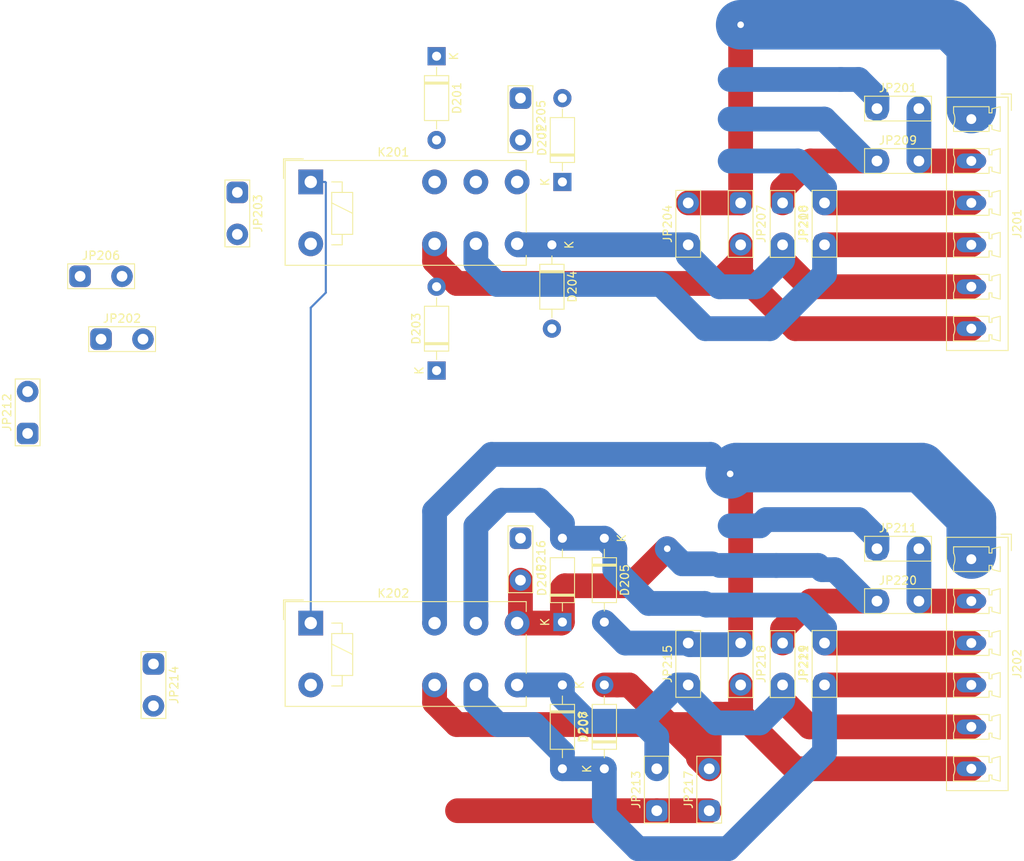
<source format=kicad_pcb>
(kicad_pcb (version 20171130) (host pcbnew 5.1.5+dfsg1-2build2)

  (general
    (thickness 1.6)
    (drawings 0)
    (tracks 166)
    (zones 0)
    (modules 33)
    (nets 20)
  )

  (page A4)
  (layers
    (0 F.Cu signal)
    (31 B.Cu signal)
    (32 B.Adhes user)
    (33 F.Adhes user)
    (34 B.Paste user)
    (35 F.Paste user)
    (36 B.SilkS user)
    (37 F.SilkS user)
    (38 B.Mask user)
    (39 F.Mask user)
    (40 Dwgs.User user)
    (41 Cmts.User user)
    (42 Eco1.User user)
    (43 Eco2.User user)
    (44 Edge.Cuts user)
    (45 Margin user)
    (46 B.CrtYd user)
    (47 F.CrtYd user)
    (48 B.Fab user)
    (49 F.Fab user)
  )

  (setup
    (last_trace_width 0.25)
    (user_trace_width 6)
    (trace_clearance 0.2)
    (zone_clearance 0.508)
    (zone_45_only no)
    (trace_min 0.2)
    (via_size 0.8)
    (via_drill 0.4)
    (via_min_size 0.4)
    (via_min_drill 0.3)
    (uvia_size 0.3)
    (uvia_drill 0.1)
    (uvias_allowed no)
    (uvia_min_size 0.2)
    (uvia_min_drill 0.1)
    (edge_width 0.15)
    (segment_width 0.2)
    (pcb_text_width 0.3)
    (pcb_text_size 1.5 1.5)
    (mod_edge_width 0.15)
    (mod_text_size 1 1)
    (mod_text_width 0.15)
    (pad_size 1.524 1.524)
    (pad_drill 0.762)
    (pad_to_mask_clearance 0.2)
    (aux_axis_origin 0 0)
    (grid_origin 55.08 144.93)
    (visible_elements FFFFFFFF)
    (pcbplotparams
      (layerselection 0x00030_ffffffff)
      (usegerberextensions false)
      (usegerberattributes false)
      (usegerberadvancedattributes false)
      (creategerberjobfile false)
      (excludeedgelayer true)
      (linewidth 0.100000)
      (plotframeref false)
      (viasonmask false)
      (mode 1)
      (useauxorigin false)
      (hpglpennumber 1)
      (hpglpenspeed 20)
      (hpglpendiameter 15.000000)
      (psnegative false)
      (psa4output false)
      (plotreference true)
      (plotvalue true)
      (plotinvisibletext false)
      (padsonsilk false)
      (subtractmaskfromsilk false)
      (outputformat 1)
      (mirror false)
      (drillshape 0)
      (scaleselection 1)
      (outputdirectory ""))
  )

  (net 0 "")
  (net 1 /Relais/K1nc1)
  (net 2 /Relais/K1com1)
  (net 3 /Relais/K1no1)
  (net 4 /Relais/K1nc2)
  (net 5 /Relais/K1com2)
  (net 6 /Relais/K1no2)
  (net 7 /Relais/A)
  (net 8 /Relais/B)
  (net 9 /Relais/Relais1)
  (net 10 +12V)
  (net 11 /Relais/Relais2)
  (net 12 /Relais/K2nc1)
  (net 13 /Relais/K2com1)
  (net 14 /Relais/K2no1)
  (net 15 /Relais/K2nc2)
  (net 16 /Relais/K2com2)
  (net 17 /Relais/K2no2)
  (net 18 /Relais/J1Pin2)
  (net 19 /Relais/J2Pin2)

  (net_class Default "This is the default net class."
    (clearance 0.2)
    (trace_width 0.25)
    (via_dia 0.8)
    (via_drill 0.4)
    (uvia_dia 0.3)
    (uvia_drill 0.1)
    (add_net +12V)
    (add_net /Relais/Relais1)
    (add_net /Relais/Relais2)
  )

  (net_class Ausgangstrom ""
    (clearance 1.8)
    (trace_width 3)
    (via_dia 1.2)
    (via_drill 0.8)
    (uvia_dia 0.3)
    (uvia_drill 0.1)
    (add_net /Relais/A)
    (add_net /Relais/B)
    (add_net /Relais/J1Pin2)
    (add_net /Relais/J2Pin2)
    (add_net /Relais/K1com1)
    (add_net /Relais/K1com2)
    (add_net /Relais/K1nc1)
    (add_net /Relais/K1nc2)
    (add_net /Relais/K1no1)
    (add_net /Relais/K1no2)
    (add_net /Relais/K2com1)
    (add_net /Relais/K2com2)
    (add_net /Relais/K2nc1)
    (add_net /Relais/K2nc2)
    (add_net /Relais/K2no1)
    (add_net /Relais/K2no2)
  )

  (module TestPoint:TestPoint_2Pads_Pitch5.08mm_Drill1.3mm (layer F.Cu) (tedit 5BD71EB4) (tstamp 62130AED)
    (at 507.2 -356.72 270)
    (descr "Test point with 2 pads, pitch 5.08mm, hole diameter 1.3mm, wire diameter 1.0mm")
    (tags "CONN DEV")
    (path /621DCC08/621E7559)
    (attr virtual)
    (fp_text reference JP208 (at 2.54 -2.5 90) (layer F.SilkS)
      (effects (font (size 1 1) (thickness 0.15)))
    )
    (fp_text value Jumper_NO_Small (at 2.54 3 90) (layer F.Fab)
      (effects (font (size 1 1) (thickness 0.15)))
    )
    (fp_line (start 6.6 1.5) (end -1.5 1.5) (layer F.SilkS) (width 0.12))
    (fp_line (start -1.5 -1.5) (end 6.6 -1.5) (layer F.SilkS) (width 0.12))
    (fp_line (start 6.6 1.5) (end 6.6 -1.5) (layer F.SilkS) (width 0.12))
    (fp_line (start -1.5 -1.5) (end -1.5 1.5) (layer F.SilkS) (width 0.12))
    (fp_line (start 5.08 0) (end 0 0) (layer F.Fab) (width 0.1))
    (fp_line (start -1.8 -1.8) (end 6.88 -1.8) (layer F.CrtYd) (width 0.05))
    (fp_line (start -1.8 -1.8) (end -1.8 1.8) (layer F.CrtYd) (width 0.05))
    (fp_line (start 6.88 1.8) (end 6.88 -1.8) (layer F.CrtYd) (width 0.05))
    (fp_line (start 6.88 1.8) (end -1.8 1.8) (layer F.CrtYd) (width 0.05))
    (fp_text user %R (at 2.54 0 90) (layer F.Fab)
      (effects (font (size 1 1) (thickness 0.15)))
    )
    (pad 2 thru_hole circle (at 5.08 0 270) (size 2.6 2.6) (drill 1.3) (layers *.Cu *.Mask)
      (net 6 /Relais/K1no2))
    (pad 1 thru_hole roundrect (at 0 0 270) (size 2.6 2.6) (drill 1.3) (layers *.Cu *.Mask) (roundrect_rratio 0.25)
      (net 3 /Relais/K1no1))
  )

  (module Relay_THT:Relay_DPDT_Finder_40.52 (layer F.Cu) (tedit 5A5B3E92) (tstamp 6213153F)
    (at 450.05 -305.8)
    (descr "Relay DPDT Finder 40.52, Pitch 5mm/7.5mm, https://www.finder-relais.net/de/finder-relais-serie-40.pdf")
    (tags "Relay DPDT Finder 40.52 Pitch 5mm")
    (path /621DCC08/6225BB09)
    (fp_text reference K202 (at 10 -3.6) (layer F.SilkS)
      (effects (font (size 1 1) (thickness 0.15)))
    )
    (fp_text value FINDER-40.52 (at 12.192 11.43) (layer F.Fab)
      (effects (font (size 1 1) (thickness 0.15)))
    )
    (fp_line (start 26.75 10.25) (end -3.25 10.25) (layer F.CrtYd) (width 0.05))
    (fp_line (start 26.75 10.25) (end 26.75 -2.75) (layer F.CrtYd) (width 0.05))
    (fp_line (start -3.25 -2.75) (end -3.25 10.25) (layer F.CrtYd) (width 0.05))
    (fp_line (start -3.25 -2.75) (end 26.75 -2.75) (layer F.CrtYd) (width 0.05))
    (fp_line (start 2.54 1.27) (end 3.81 1.27) (layer F.SilkS) (width 0.12))
    (fp_line (start 2.54 6.35) (end 2.54 1.27) (layer F.SilkS) (width 0.12))
    (fp_line (start 5.08 6.35) (end 2.54 6.35) (layer F.SilkS) (width 0.12))
    (fp_line (start 5.08 1.27) (end 5.08 6.35) (layer F.SilkS) (width 0.12))
    (fp_line (start 3.81 1.27) (end 5.08 1.27) (layer F.SilkS) (width 0.12))
    (fp_line (start 3.81 0) (end 3.81 1.27) (layer F.SilkS) (width 0.12))
    (fp_line (start 2.54 0) (end 3.81 0) (layer F.SilkS) (width 0.12))
    (fp_line (start 3.81 7.62) (end 2.54 7.62) (layer F.SilkS) (width 0.12))
    (fp_line (start 3.81 6.35) (end 3.81 7.62) (layer F.SilkS) (width 0.12))
    (fp_line (start 2.54 2.54) (end 5.08 3.81) (layer F.SilkS) (width 0.12))
    (fp_line (start 0 1.8) (end 0 5.8) (layer F.Fab) (width 0.12))
    (fp_line (start -3 -1.4) (end -3 10) (layer F.Fab) (width 0.12))
    (fp_line (start -3 10) (end 26 10) (layer F.Fab) (width 0.12))
    (fp_line (start 26 10) (end 26 -2.5) (layer F.Fab) (width 0.12))
    (fp_line (start 26 -2.5) (end -2 -2.5) (layer F.Fab) (width 0.12))
    (fp_line (start -2 -2.5) (end -3 -1.4) (layer F.Fab) (width 0.12))
    (fp_line (start -3.1 -2.6) (end 26.1 -2.6) (layer F.SilkS) (width 0.12))
    (fp_line (start 26.1 -2.6) (end 26.1 -1.4) (layer F.SilkS) (width 0.12))
    (fp_line (start 26.1 1.4) (end 26.1 6.1) (layer F.SilkS) (width 0.12))
    (fp_line (start 26.1 8.9) (end 26.1 10.1) (layer F.SilkS) (width 0.12))
    (fp_line (start 26.1 10.1) (end -3.1 10.1) (layer F.SilkS) (width 0.12))
    (fp_line (start -3.1 10.1) (end -3.1 -2.6) (layer F.SilkS) (width 0.12))
    (fp_line (start -0.9 -2.8) (end -3.3 -2.8) (layer F.SilkS) (width 0.12))
    (fp_line (start -3.3 -0.4) (end -3.3 -2.8) (layer F.SilkS) (width 0.12))
    (fp_text user %R (at 12.065 3.81) (layer F.Fab)
      (effects (font (size 1 1) (thickness 0.15)))
    )
    (pad 14 thru_hole circle (at 25 0) (size 3 3) (drill 1.5) (layers *.Cu *.Mask)
      (net 14 /Relais/K2no1))
    (pad 21 thru_hole circle (at 20 7.5) (size 3 3) (drill 1.5) (layers *.Cu *.Mask)
      (net 16 /Relais/K2com2))
    (pad 12 thru_hole circle (at 15 0) (size 3 3) (drill 1.5) (layers *.Cu *.Mask)
      (net 12 /Relais/K2nc1))
    (pad 22 thru_hole circle (at 15 7.5) (size 3 3) (drill 1.5) (layers *.Cu *.Mask)
      (net 15 /Relais/K2nc2))
    (pad 24 thru_hole circle (at 25 7.5) (size 3 3) (drill 1.5) (layers *.Cu *.Mask)
      (net 17 /Relais/K2no2))
    (pad 11 thru_hole circle (at 20 0) (size 3 3) (drill 1.5) (layers *.Cu *.Mask)
      (net 13 /Relais/K2com1))
    (pad A2 thru_hole circle (at 0 7.5) (size 3 3) (drill 1.5) (layers *.Cu *.Mask)
      (net 11 /Relais/Relais2))
    (pad A1 thru_hole rect (at 0 0) (size 3 3) (drill 1.5) (layers *.Cu *.Mask)
      (net 10 +12V))
    (model ${KISYS3DMOD}/Relay_THT.3dshapes/Relay_DPDT_Finder_40.52.wrl
      (at (xyz 0 0 0))
      (scale (xyz 1 1 1))
      (rotate (xyz 0 0 0))
    )
  )

  (module Relay_THT:Relay_DPDT_Finder_40.52 (layer F.Cu) (tedit 5A5B3E92) (tstamp 62131516)
    (at 450.05 -359.26)
    (descr "Relay DPDT Finder 40.52, Pitch 5mm/7.5mm, https://www.finder-relais.net/de/finder-relais-serie-40.pdf")
    (tags "Relay DPDT Finder 40.52 Pitch 5mm")
    (path /621DCC08/621E750C)
    (fp_text reference K201 (at 10 -3.6) (layer F.SilkS)
      (effects (font (size 1 1) (thickness 0.15)))
    )
    (fp_text value FINDER-40.52 (at 12.192 11.43) (layer F.Fab)
      (effects (font (size 1 1) (thickness 0.15)))
    )
    (fp_line (start 26.75 10.25) (end -3.25 10.25) (layer F.CrtYd) (width 0.05))
    (fp_line (start 26.75 10.25) (end 26.75 -2.75) (layer F.CrtYd) (width 0.05))
    (fp_line (start -3.25 -2.75) (end -3.25 10.25) (layer F.CrtYd) (width 0.05))
    (fp_line (start -3.25 -2.75) (end 26.75 -2.75) (layer F.CrtYd) (width 0.05))
    (fp_line (start 2.54 1.27) (end 3.81 1.27) (layer F.SilkS) (width 0.12))
    (fp_line (start 2.54 6.35) (end 2.54 1.27) (layer F.SilkS) (width 0.12))
    (fp_line (start 5.08 6.35) (end 2.54 6.35) (layer F.SilkS) (width 0.12))
    (fp_line (start 5.08 1.27) (end 5.08 6.35) (layer F.SilkS) (width 0.12))
    (fp_line (start 3.81 1.27) (end 5.08 1.27) (layer F.SilkS) (width 0.12))
    (fp_line (start 3.81 0) (end 3.81 1.27) (layer F.SilkS) (width 0.12))
    (fp_line (start 2.54 0) (end 3.81 0) (layer F.SilkS) (width 0.12))
    (fp_line (start 3.81 7.62) (end 2.54 7.62) (layer F.SilkS) (width 0.12))
    (fp_line (start 3.81 6.35) (end 3.81 7.62) (layer F.SilkS) (width 0.12))
    (fp_line (start 2.54 2.54) (end 5.08 3.81) (layer F.SilkS) (width 0.12))
    (fp_line (start 0 1.8) (end 0 5.8) (layer F.Fab) (width 0.12))
    (fp_line (start -3 -1.4) (end -3 10) (layer F.Fab) (width 0.12))
    (fp_line (start -3 10) (end 26 10) (layer F.Fab) (width 0.12))
    (fp_line (start 26 10) (end 26 -2.5) (layer F.Fab) (width 0.12))
    (fp_line (start 26 -2.5) (end -2 -2.5) (layer F.Fab) (width 0.12))
    (fp_line (start -2 -2.5) (end -3 -1.4) (layer F.Fab) (width 0.12))
    (fp_line (start -3.1 -2.6) (end 26.1 -2.6) (layer F.SilkS) (width 0.12))
    (fp_line (start 26.1 -2.6) (end 26.1 -1.4) (layer F.SilkS) (width 0.12))
    (fp_line (start 26.1 1.4) (end 26.1 6.1) (layer F.SilkS) (width 0.12))
    (fp_line (start 26.1 8.9) (end 26.1 10.1) (layer F.SilkS) (width 0.12))
    (fp_line (start 26.1 10.1) (end -3.1 10.1) (layer F.SilkS) (width 0.12))
    (fp_line (start -3.1 10.1) (end -3.1 -2.6) (layer F.SilkS) (width 0.12))
    (fp_line (start -0.9 -2.8) (end -3.3 -2.8) (layer F.SilkS) (width 0.12))
    (fp_line (start -3.3 -0.4) (end -3.3 -2.8) (layer F.SilkS) (width 0.12))
    (fp_text user %R (at 12.065 3.81) (layer F.Fab)
      (effects (font (size 1 1) (thickness 0.15)))
    )
    (pad 14 thru_hole circle (at 25 0) (size 3 3) (drill 1.5) (layers *.Cu *.Mask)
      (net 3 /Relais/K1no1))
    (pad 21 thru_hole circle (at 20 7.5) (size 3 3) (drill 1.5) (layers *.Cu *.Mask)
      (net 5 /Relais/K1com2))
    (pad 12 thru_hole circle (at 15 0) (size 3 3) (drill 1.5) (layers *.Cu *.Mask)
      (net 1 /Relais/K1nc1))
    (pad 22 thru_hole circle (at 15 7.5) (size 3 3) (drill 1.5) (layers *.Cu *.Mask)
      (net 4 /Relais/K1nc2))
    (pad 24 thru_hole circle (at 25 7.5) (size 3 3) (drill 1.5) (layers *.Cu *.Mask)
      (net 6 /Relais/K1no2))
    (pad 11 thru_hole circle (at 20 0) (size 3 3) (drill 1.5) (layers *.Cu *.Mask)
      (net 2 /Relais/K1com1))
    (pad A2 thru_hole circle (at 0 7.5) (size 3 3) (drill 1.5) (layers *.Cu *.Mask)
      (net 9 /Relais/Relais1))
    (pad A1 thru_hole rect (at 0 0) (size 3 3) (drill 1.5) (layers *.Cu *.Mask)
      (net 10 +12V))
    (model ${KISYS3DMOD}/Relay_THT.3dshapes/Relay_DPDT_Finder_40.52.wrl
      (at (xyz 0 0 0))
      (scale (xyz 1 1 1))
      (rotate (xyz 0 0 0))
    )
  )

  (module TestPoint:TestPoint_2Pads_Pitch5.08mm_Drill1.3mm (layer F.Cu) (tedit 5BD71EB4) (tstamp 62130BBD)
    (at 512.28 -298.3 90)
    (descr "Test point with 2 pads, pitch 5.08mm, hole diameter 1.3mm, wire diameter 1.0mm")
    (tags "CONN DEV")
    (path /621DCC08/6225BAEA)
    (attr virtual)
    (fp_text reference JP221 (at 2.54 -2.5 90) (layer F.SilkS)
      (effects (font (size 1 1) (thickness 0.15)))
    )
    (fp_text value Jumper_NO_Small (at 2.54 3 90) (layer F.Fab)
      (effects (font (size 1 1) (thickness 0.15)))
    )
    (fp_line (start 6.6 1.5) (end -1.5 1.5) (layer F.SilkS) (width 0.12))
    (fp_line (start -1.5 -1.5) (end 6.6 -1.5) (layer F.SilkS) (width 0.12))
    (fp_line (start 6.6 1.5) (end 6.6 -1.5) (layer F.SilkS) (width 0.12))
    (fp_line (start -1.5 -1.5) (end -1.5 1.5) (layer F.SilkS) (width 0.12))
    (fp_line (start 5.08 0) (end 0 0) (layer F.Fab) (width 0.1))
    (fp_line (start -1.8 -1.8) (end 6.88 -1.8) (layer F.CrtYd) (width 0.05))
    (fp_line (start -1.8 -1.8) (end -1.8 1.8) (layer F.CrtYd) (width 0.05))
    (fp_line (start 6.88 1.8) (end 6.88 -1.8) (layer F.CrtYd) (width 0.05))
    (fp_line (start 6.88 1.8) (end -1.8 1.8) (layer F.CrtYd) (width 0.05))
    (fp_text user %R (at 2.54 0 90) (layer F.Fab)
      (effects (font (size 1 1) (thickness 0.15)))
    )
    (pad 2 thru_hole circle (at 5.08 0 90) (size 2.6 2.6) (drill 1.3) (layers *.Cu *.Mask)
      (net 13 /Relais/K2com1))
    (pad 1 thru_hole roundrect (at 0 0 90) (size 2.6 2.6) (drill 1.3) (layers *.Cu *.Mask) (roundrect_rratio 0.25)
      (net 16 /Relais/K2com2))
  )

  (module TestPoint:TestPoint_2Pads_Pitch5.08mm_Drill1.3mm (layer F.Cu) (tedit 5BD71EB4) (tstamp 62130BAD)
    (at 518.63 -308.46)
    (descr "Test point with 2 pads, pitch 5.08mm, hole diameter 1.3mm, wire diameter 1.0mm")
    (tags "CONN DEV")
    (path /621DCC08/6225BB4B)
    (attr virtual)
    (fp_text reference JP220 (at 2.54 -2.5) (layer F.SilkS)
      (effects (font (size 1 1) (thickness 0.15)))
    )
    (fp_text value Jumper_NO_Small (at 2.54 3) (layer F.Fab)
      (effects (font (size 1 1) (thickness 0.15)))
    )
    (fp_line (start 6.6 1.5) (end -1.5 1.5) (layer F.SilkS) (width 0.12))
    (fp_line (start -1.5 -1.5) (end 6.6 -1.5) (layer F.SilkS) (width 0.12))
    (fp_line (start 6.6 1.5) (end 6.6 -1.5) (layer F.SilkS) (width 0.12))
    (fp_line (start -1.5 -1.5) (end -1.5 1.5) (layer F.SilkS) (width 0.12))
    (fp_line (start 5.08 0) (end 0 0) (layer F.Fab) (width 0.1))
    (fp_line (start -1.8 -1.8) (end 6.88 -1.8) (layer F.CrtYd) (width 0.05))
    (fp_line (start -1.8 -1.8) (end -1.8 1.8) (layer F.CrtYd) (width 0.05))
    (fp_line (start 6.88 1.8) (end 6.88 -1.8) (layer F.CrtYd) (width 0.05))
    (fp_line (start 6.88 1.8) (end -1.8 1.8) (layer F.CrtYd) (width 0.05))
    (fp_text user %R (at 2.54 0) (layer F.Fab)
      (effects (font (size 1 1) (thickness 0.15)))
    )
    (pad 2 thru_hole circle (at 5.08 0) (size 2.6 2.6) (drill 1.3) (layers *.Cu *.Mask)
      (net 19 /Relais/J2Pin2))
    (pad 1 thru_hole roundrect (at 0 0) (size 2.6 2.6) (drill 1.3) (layers *.Cu *.Mask) (roundrect_rratio 0.25)
      (net 14 /Relais/K2no1))
  )

  (module TestPoint:TestPoint_2Pads_Pitch5.08mm_Drill1.3mm (layer F.Cu) (tedit 5BD71EB4) (tstamp 62130B9D)
    (at 507.2 -303.38 270)
    (descr "Test point with 2 pads, pitch 5.08mm, hole diameter 1.3mm, wire diameter 1.0mm")
    (tags "CONN DEV")
    (path /621DCC08/6225BAF6)
    (attr virtual)
    (fp_text reference JP219 (at 2.54 -2.5 90) (layer F.SilkS)
      (effects (font (size 1 1) (thickness 0.15)))
    )
    (fp_text value Jumper_NO_Small (at 2.54 3 90) (layer F.Fab)
      (effects (font (size 1 1) (thickness 0.15)))
    )
    (fp_line (start 6.6 1.5) (end -1.5 1.5) (layer F.SilkS) (width 0.12))
    (fp_line (start -1.5 -1.5) (end 6.6 -1.5) (layer F.SilkS) (width 0.12))
    (fp_line (start 6.6 1.5) (end 6.6 -1.5) (layer F.SilkS) (width 0.12))
    (fp_line (start -1.5 -1.5) (end -1.5 1.5) (layer F.SilkS) (width 0.12))
    (fp_line (start 5.08 0) (end 0 0) (layer F.Fab) (width 0.1))
    (fp_line (start -1.8 -1.8) (end 6.88 -1.8) (layer F.CrtYd) (width 0.05))
    (fp_line (start -1.8 -1.8) (end -1.8 1.8) (layer F.CrtYd) (width 0.05))
    (fp_line (start 6.88 1.8) (end 6.88 -1.8) (layer F.CrtYd) (width 0.05))
    (fp_line (start 6.88 1.8) (end -1.8 1.8) (layer F.CrtYd) (width 0.05))
    (fp_text user %R (at 2.54 0 90) (layer F.Fab)
      (effects (font (size 1 1) (thickness 0.15)))
    )
    (pad 2 thru_hole circle (at 5.08 0 270) (size 2.6 2.6) (drill 1.3) (layers *.Cu *.Mask)
      (net 17 /Relais/K2no2))
    (pad 1 thru_hole roundrect (at 0 0 270) (size 2.6 2.6) (drill 1.3) (layers *.Cu *.Mask) (roundrect_rratio 0.25)
      (net 14 /Relais/K2no1))
  )

  (module TestPoint:TestPoint_2Pads_Pitch5.08mm_Drill1.3mm (layer F.Cu) (tedit 5BD71EB4) (tstamp 62130B8D)
    (at 502.12 -303.38 270)
    (descr "Test point with 2 pads, pitch 5.08mm, hole diameter 1.3mm, wire diameter 1.0mm")
    (tags "CONN DEV")
    (path /621DCC08/6225BAF0)
    (attr virtual)
    (fp_text reference JP218 (at 2.54 -2.5 90) (layer F.SilkS)
      (effects (font (size 1 1) (thickness 0.15)))
    )
    (fp_text value Jumper_NO_Small (at 2.54 3 90) (layer F.Fab)
      (effects (font (size 1 1) (thickness 0.15)))
    )
    (fp_line (start 6.6 1.5) (end -1.5 1.5) (layer F.SilkS) (width 0.12))
    (fp_line (start -1.5 -1.5) (end 6.6 -1.5) (layer F.SilkS) (width 0.12))
    (fp_line (start 6.6 1.5) (end 6.6 -1.5) (layer F.SilkS) (width 0.12))
    (fp_line (start -1.5 -1.5) (end -1.5 1.5) (layer F.SilkS) (width 0.12))
    (fp_line (start 5.08 0) (end 0 0) (layer F.Fab) (width 0.1))
    (fp_line (start -1.8 -1.8) (end 6.88 -1.8) (layer F.CrtYd) (width 0.05))
    (fp_line (start -1.8 -1.8) (end -1.8 1.8) (layer F.CrtYd) (width 0.05))
    (fp_line (start 6.88 1.8) (end 6.88 -1.8) (layer F.CrtYd) (width 0.05))
    (fp_line (start 6.88 1.8) (end -1.8 1.8) (layer F.CrtYd) (width 0.05))
    (fp_text user %R (at 2.54 0 90) (layer F.Fab)
      (effects (font (size 1 1) (thickness 0.15)))
    )
    (pad 2 thru_hole circle (at 5.08 0 270) (size 2.6 2.6) (drill 1.3) (layers *.Cu *.Mask)
      (net 15 /Relais/K2nc2))
    (pad 1 thru_hole roundrect (at 0 0 270) (size 2.6 2.6) (drill 1.3) (layers *.Cu *.Mask) (roundrect_rratio 0.25)
      (net 12 /Relais/K2nc1))
  )

  (module TestPoint:TestPoint_2Pads_Pitch5.08mm_Drill1.3mm (layer F.Cu) (tedit 5BD71EB4) (tstamp 62130B7D)
    (at 498.31 -283.06 90)
    (descr "Test point with 2 pads, pitch 5.08mm, hole diameter 1.3mm, wire diameter 1.0mm")
    (tags "CONN DEV")
    (path /621DCC08/6231B288)
    (attr virtual)
    (fp_text reference JP217 (at 2.54 -2.5 90) (layer F.SilkS)
      (effects (font (size 1 1) (thickness 0.15)))
    )
    (fp_text value Jumper_NO_Small (at 2.54 3 90) (layer F.Fab)
      (effects (font (size 1 1) (thickness 0.15)))
    )
    (fp_line (start 6.6 1.5) (end -1.5 1.5) (layer F.SilkS) (width 0.12))
    (fp_line (start -1.5 -1.5) (end 6.6 -1.5) (layer F.SilkS) (width 0.12))
    (fp_line (start 6.6 1.5) (end 6.6 -1.5) (layer F.SilkS) (width 0.12))
    (fp_line (start -1.5 -1.5) (end -1.5 1.5) (layer F.SilkS) (width 0.12))
    (fp_line (start 5.08 0) (end 0 0) (layer F.Fab) (width 0.1))
    (fp_line (start -1.8 -1.8) (end 6.88 -1.8) (layer F.CrtYd) (width 0.05))
    (fp_line (start -1.8 -1.8) (end -1.8 1.8) (layer F.CrtYd) (width 0.05))
    (fp_line (start 6.88 1.8) (end 6.88 -1.8) (layer F.CrtYd) (width 0.05))
    (fp_line (start 6.88 1.8) (end -1.8 1.8) (layer F.CrtYd) (width 0.05))
    (fp_text user %R (at 2.54 0 90) (layer F.Fab)
      (effects (font (size 1 1) (thickness 0.15)))
    )
    (pad 2 thru_hole circle (at 5.08 0 90) (size 2.6 2.6) (drill 1.3) (layers *.Cu *.Mask)
      (net 15 /Relais/K2nc2))
    (pad 1 thru_hole roundrect (at 0 0 90) (size 2.6 2.6) (drill 1.3) (layers *.Cu *.Mask) (roundrect_rratio 0.25)
      (net 8 /Relais/B))
  )

  (module TestPoint:TestPoint_2Pads_Pitch5.08mm_Drill1.3mm (layer F.Cu) (tedit 5BD71EB4) (tstamp 62130B6D)
    (at 475.45 -316.08 270)
    (descr "Test point with 2 pads, pitch 5.08mm, hole diameter 1.3mm, wire diameter 1.0mm")
    (tags "CONN DEV")
    (path /621DCC08/6225BB74)
    (attr virtual)
    (fp_text reference JP216 (at 2.54 -2.5 90) (layer F.SilkS)
      (effects (font (size 1 1) (thickness 0.15)))
    )
    (fp_text value Jumper_NO_Small (at 2.54 3 90) (layer F.Fab)
      (effects (font (size 1 1) (thickness 0.15)))
    )
    (fp_line (start 6.6 1.5) (end -1.5 1.5) (layer F.SilkS) (width 0.12))
    (fp_line (start -1.5 -1.5) (end 6.6 -1.5) (layer F.SilkS) (width 0.12))
    (fp_line (start 6.6 1.5) (end 6.6 -1.5) (layer F.SilkS) (width 0.12))
    (fp_line (start -1.5 -1.5) (end -1.5 1.5) (layer F.SilkS) (width 0.12))
    (fp_line (start 5.08 0) (end 0 0) (layer F.Fab) (width 0.1))
    (fp_line (start -1.8 -1.8) (end 6.88 -1.8) (layer F.CrtYd) (width 0.05))
    (fp_line (start -1.8 -1.8) (end -1.8 1.8) (layer F.CrtYd) (width 0.05))
    (fp_line (start 6.88 1.8) (end 6.88 -1.8) (layer F.CrtYd) (width 0.05))
    (fp_line (start 6.88 1.8) (end -1.8 1.8) (layer F.CrtYd) (width 0.05))
    (fp_text user %R (at 2.54 0 90) (layer F.Fab)
      (effects (font (size 1 1) (thickness 0.15)))
    )
    (pad 2 thru_hole circle (at 5.08 0 270) (size 2.6 2.6) (drill 1.3) (layers *.Cu *.Mask)
      (net 14 /Relais/K2no1))
    (pad 1 thru_hole roundrect (at 0 0 270) (size 2.6 2.6) (drill 1.3) (layers *.Cu *.Mask) (roundrect_rratio 0.25)
      (net 7 /Relais/A))
  )

  (module TestPoint:TestPoint_2Pads_Pitch5.08mm_Drill1.3mm (layer F.Cu) (tedit 5BD71EB4) (tstamp 621393E6)
    (at 495.77 -298.3 90)
    (descr "Test point with 2 pads, pitch 5.08mm, hole diameter 1.3mm, wire diameter 1.0mm")
    (tags "CONN DEV")
    (path /621DCC08/6225BB8A)
    (attr virtual)
    (fp_text reference JP215 (at 2.54 -2.5 90) (layer F.SilkS)
      (effects (font (size 1 1) (thickness 0.15)))
    )
    (fp_text value Jumper_NO_Small (at 2.54 3 90) (layer F.Fab)
      (effects (font (size 1 1) (thickness 0.15)))
    )
    (fp_line (start 6.6 1.5) (end -1.5 1.5) (layer F.SilkS) (width 0.12))
    (fp_line (start -1.5 -1.5) (end 6.6 -1.5) (layer F.SilkS) (width 0.12))
    (fp_line (start 6.6 1.5) (end 6.6 -1.5) (layer F.SilkS) (width 0.12))
    (fp_line (start -1.5 -1.5) (end -1.5 1.5) (layer F.SilkS) (width 0.12))
    (fp_line (start 5.08 0) (end 0 0) (layer F.Fab) (width 0.1))
    (fp_line (start -1.8 -1.8) (end 6.88 -1.8) (layer F.CrtYd) (width 0.05))
    (fp_line (start -1.8 -1.8) (end -1.8 1.8) (layer F.CrtYd) (width 0.05))
    (fp_line (start 6.88 1.8) (end 6.88 -1.8) (layer F.CrtYd) (width 0.05))
    (fp_line (start 6.88 1.8) (end -1.8 1.8) (layer F.CrtYd) (width 0.05))
    (fp_text user %R (at 2.54 0 90) (layer F.Fab)
      (effects (font (size 1 1) (thickness 0.15)))
    )
    (pad 2 thru_hole circle (at 5.08 0 90) (size 2.6 2.6) (drill 1.3) (layers *.Cu *.Mask)
      (net 12 /Relais/K2nc1))
    (pad 1 thru_hole roundrect (at 0 0 90) (size 2.6 2.6) (drill 1.3) (layers *.Cu *.Mask) (roundrect_rratio 0.25)
      (net 17 /Relais/K2no2))
  )

  (module TestPoint:TestPoint_2Pads_Pitch5.08mm_Drill1.3mm (layer F.Cu) (tedit 5BD71EB4) (tstamp 62130B4D)
    (at 431 -300.84 270)
    (descr "Test point with 2 pads, pitch 5.08mm, hole diameter 1.3mm, wire diameter 1.0mm")
    (tags "CONN DEV")
    (path /621DCC08/6225BB84)
    (attr virtual)
    (fp_text reference JP214 (at 2.54 -2.5 90) (layer F.SilkS)
      (effects (font (size 1 1) (thickness 0.15)))
    )
    (fp_text value Jumper_NO_Small (at 2.54 3 90) (layer F.Fab)
      (effects (font (size 1 1) (thickness 0.15)))
    )
    (fp_line (start 6.6 1.5) (end -1.5 1.5) (layer F.SilkS) (width 0.12))
    (fp_line (start -1.5 -1.5) (end 6.6 -1.5) (layer F.SilkS) (width 0.12))
    (fp_line (start 6.6 1.5) (end 6.6 -1.5) (layer F.SilkS) (width 0.12))
    (fp_line (start -1.5 -1.5) (end -1.5 1.5) (layer F.SilkS) (width 0.12))
    (fp_line (start 5.08 0) (end 0 0) (layer F.Fab) (width 0.1))
    (fp_line (start -1.8 -1.8) (end 6.88 -1.8) (layer F.CrtYd) (width 0.05))
    (fp_line (start -1.8 -1.8) (end -1.8 1.8) (layer F.CrtYd) (width 0.05))
    (fp_line (start 6.88 1.8) (end 6.88 -1.8) (layer F.CrtYd) (width 0.05))
    (fp_line (start 6.88 1.8) (end -1.8 1.8) (layer F.CrtYd) (width 0.05))
    (fp_text user %R (at 2.54 0 90) (layer F.Fab)
      (effects (font (size 1 1) (thickness 0.15)))
    )
    (pad 2 thru_hole circle (at 5.08 0 270) (size 2.6 2.6) (drill 1.3) (layers *.Cu *.Mask)
      (net 15 /Relais/K2nc2))
    (pad 1 thru_hole roundrect (at 0 0 270) (size 2.6 2.6) (drill 1.3) (layers *.Cu *.Mask) (roundrect_rratio 0.25)
      (net 14 /Relais/K2no1))
  )

  (module TestPoint:TestPoint_2Pads_Pitch5.08mm_Drill1.3mm (layer F.Cu) (tedit 5BD71EB4) (tstamp 62130B3D)
    (at 491.96 -283.06 90)
    (descr "Test point with 2 pads, pitch 5.08mm, hole diameter 1.3mm, wire diameter 1.0mm")
    (tags "CONN DEV")
    (path /621DCC08/6225BB7A)
    (attr virtual)
    (fp_text reference JP213 (at 2.54 -2.5 90) (layer F.SilkS)
      (effects (font (size 1 1) (thickness 0.15)))
    )
    (fp_text value Jumper_NO_Small (at 2.54 3 90) (layer F.Fab)
      (effects (font (size 1 1) (thickness 0.15)))
    )
    (fp_line (start 6.6 1.5) (end -1.5 1.5) (layer F.SilkS) (width 0.12))
    (fp_line (start -1.5 -1.5) (end 6.6 -1.5) (layer F.SilkS) (width 0.12))
    (fp_line (start 6.6 1.5) (end 6.6 -1.5) (layer F.SilkS) (width 0.12))
    (fp_line (start -1.5 -1.5) (end -1.5 1.5) (layer F.SilkS) (width 0.12))
    (fp_line (start 5.08 0) (end 0 0) (layer F.Fab) (width 0.1))
    (fp_line (start -1.8 -1.8) (end 6.88 -1.8) (layer F.CrtYd) (width 0.05))
    (fp_line (start -1.8 -1.8) (end -1.8 1.8) (layer F.CrtYd) (width 0.05))
    (fp_line (start 6.88 1.8) (end 6.88 -1.8) (layer F.CrtYd) (width 0.05))
    (fp_line (start 6.88 1.8) (end -1.8 1.8) (layer F.CrtYd) (width 0.05))
    (fp_text user %R (at 2.54 0 90) (layer F.Fab)
      (effects (font (size 1 1) (thickness 0.15)))
    )
    (pad 2 thru_hole circle (at 5.08 0 90) (size 2.6 2.6) (drill 1.3) (layers *.Cu *.Mask)
      (net 17 /Relais/K2no2))
    (pad 1 thru_hole roundrect (at 0 0 90) (size 2.6 2.6) (drill 1.3) (layers *.Cu *.Mask) (roundrect_rratio 0.25)
      (net 8 /Relais/B))
  )

  (module TestPoint:TestPoint_2Pads_Pitch5.08mm_Drill1.3mm (layer F.Cu) (tedit 5BD71EB4) (tstamp 62130B2D)
    (at 415.76 -328.78 90)
    (descr "Test point with 2 pads, pitch 5.08mm, hole diameter 1.3mm, wire diameter 1.0mm")
    (tags "CONN DEV")
    (path /621DCC08/622E9396)
    (attr virtual)
    (fp_text reference JP212 (at 2.54 -2.5 90) (layer F.SilkS)
      (effects (font (size 1 1) (thickness 0.15)))
    )
    (fp_text value Jumper_NO_Small (at 2.54 3 90) (layer F.Fab)
      (effects (font (size 1 1) (thickness 0.15)))
    )
    (fp_line (start 6.6 1.5) (end -1.5 1.5) (layer F.SilkS) (width 0.12))
    (fp_line (start -1.5 -1.5) (end 6.6 -1.5) (layer F.SilkS) (width 0.12))
    (fp_line (start 6.6 1.5) (end 6.6 -1.5) (layer F.SilkS) (width 0.12))
    (fp_line (start -1.5 -1.5) (end -1.5 1.5) (layer F.SilkS) (width 0.12))
    (fp_line (start 5.08 0) (end 0 0) (layer F.Fab) (width 0.1))
    (fp_line (start -1.8 -1.8) (end 6.88 -1.8) (layer F.CrtYd) (width 0.05))
    (fp_line (start -1.8 -1.8) (end -1.8 1.8) (layer F.CrtYd) (width 0.05))
    (fp_line (start 6.88 1.8) (end 6.88 -1.8) (layer F.CrtYd) (width 0.05))
    (fp_line (start 6.88 1.8) (end -1.8 1.8) (layer F.CrtYd) (width 0.05))
    (fp_text user %R (at 2.54 0 90) (layer F.Fab)
      (effects (font (size 1 1) (thickness 0.15)))
    )
    (pad 2 thru_hole circle (at 5.08 0 90) (size 2.6 2.6) (drill 1.3) (layers *.Cu *.Mask)
      (net 2 /Relais/K1com1))
    (pad 1 thru_hole roundrect (at 0 0 90) (size 2.6 2.6) (drill 1.3) (layers *.Cu *.Mask) (roundrect_rratio 0.25)
      (net 16 /Relais/K2com2))
  )

  (module TestPoint:TestPoint_2Pads_Pitch5.08mm_Drill1.3mm (layer F.Cu) (tedit 5BD71EB4) (tstamp 62130B1D)
    (at 518.63 -314.81)
    (descr "Test point with 2 pads, pitch 5.08mm, hole diameter 1.3mm, wire diameter 1.0mm")
    (tags "CONN DEV")
    (path /621DCC08/625BCCC0)
    (attr virtual)
    (fp_text reference JP211 (at 2.54 -2.5) (layer F.SilkS)
      (effects (font (size 1 1) (thickness 0.15)))
    )
    (fp_text value Jumper_NO_Small (at 2.54 3) (layer F.Fab)
      (effects (font (size 1 1) (thickness 0.15)))
    )
    (fp_line (start 6.6 1.5) (end -1.5 1.5) (layer F.SilkS) (width 0.12))
    (fp_line (start -1.5 -1.5) (end 6.6 -1.5) (layer F.SilkS) (width 0.12))
    (fp_line (start 6.6 1.5) (end 6.6 -1.5) (layer F.SilkS) (width 0.12))
    (fp_line (start -1.5 -1.5) (end -1.5 1.5) (layer F.SilkS) (width 0.12))
    (fp_line (start 5.08 0) (end 0 0) (layer F.Fab) (width 0.1))
    (fp_line (start -1.8 -1.8) (end 6.88 -1.8) (layer F.CrtYd) (width 0.05))
    (fp_line (start -1.8 -1.8) (end -1.8 1.8) (layer F.CrtYd) (width 0.05))
    (fp_line (start 6.88 1.8) (end 6.88 -1.8) (layer F.CrtYd) (width 0.05))
    (fp_line (start 6.88 1.8) (end -1.8 1.8) (layer F.CrtYd) (width 0.05))
    (fp_text user %R (at 2.54 0) (layer F.Fab)
      (effects (font (size 1 1) (thickness 0.15)))
    )
    (pad 2 thru_hole circle (at 5.08 0) (size 2.6 2.6) (drill 1.3) (layers *.Cu *.Mask)
      (net 19 /Relais/J2Pin2))
    (pad 1 thru_hole roundrect (at 0 0) (size 2.6 2.6) (drill 1.3) (layers *.Cu *.Mask) (roundrect_rratio 0.25)
      (net 8 /Relais/B))
  )

  (module TestPoint:TestPoint_2Pads_Pitch5.08mm_Drill1.3mm (layer F.Cu) (tedit 5BD71EB4) (tstamp 62130B0D)
    (at 512.28 -351.64 90)
    (descr "Test point with 2 pads, pitch 5.08mm, hole diameter 1.3mm, wire diameter 1.0mm")
    (tags "CONN DEV")
    (path /621DCC08/621E7544)
    (attr virtual)
    (fp_text reference JP210 (at 2.54 -2.5 90) (layer F.SilkS)
      (effects (font (size 1 1) (thickness 0.15)))
    )
    (fp_text value Jumper_NO_Small (at 2.54 3 90) (layer F.Fab)
      (effects (font (size 1 1) (thickness 0.15)))
    )
    (fp_line (start 6.6 1.5) (end -1.5 1.5) (layer F.SilkS) (width 0.12))
    (fp_line (start -1.5 -1.5) (end 6.6 -1.5) (layer F.SilkS) (width 0.12))
    (fp_line (start 6.6 1.5) (end 6.6 -1.5) (layer F.SilkS) (width 0.12))
    (fp_line (start -1.5 -1.5) (end -1.5 1.5) (layer F.SilkS) (width 0.12))
    (fp_line (start 5.08 0) (end 0 0) (layer F.Fab) (width 0.1))
    (fp_line (start -1.8 -1.8) (end 6.88 -1.8) (layer F.CrtYd) (width 0.05))
    (fp_line (start -1.8 -1.8) (end -1.8 1.8) (layer F.CrtYd) (width 0.05))
    (fp_line (start 6.88 1.8) (end 6.88 -1.8) (layer F.CrtYd) (width 0.05))
    (fp_line (start 6.88 1.8) (end -1.8 1.8) (layer F.CrtYd) (width 0.05))
    (fp_text user %R (at 2.54 0 90) (layer F.Fab)
      (effects (font (size 1 1) (thickness 0.15)))
    )
    (pad 2 thru_hole circle (at 5.08 0 90) (size 2.6 2.6) (drill 1.3) (layers *.Cu *.Mask)
      (net 2 /Relais/K1com1))
    (pad 1 thru_hole roundrect (at 0 0 90) (size 2.6 2.6) (drill 1.3) (layers *.Cu *.Mask) (roundrect_rratio 0.25)
      (net 5 /Relais/K1com2))
  )

  (module TestPoint:TestPoint_2Pads_Pitch5.08mm_Drill1.3mm (layer F.Cu) (tedit 5BD71EB4) (tstamp 62136A04)
    (at 518.63 -361.8)
    (descr "Test point with 2 pads, pitch 5.08mm, hole diameter 1.3mm, wire diameter 1.0mm")
    (tags "CONN DEV")
    (path /621DCC08/62216840)
    (attr virtual)
    (fp_text reference JP209 (at 2.54 -2.5) (layer F.SilkS)
      (effects (font (size 1 1) (thickness 0.15)))
    )
    (fp_text value Jumper_NO_Small (at 2.54 3) (layer F.Fab)
      (effects (font (size 1 1) (thickness 0.15)))
    )
    (fp_line (start 6.6 1.5) (end -1.5 1.5) (layer F.SilkS) (width 0.12))
    (fp_line (start -1.5 -1.5) (end 6.6 -1.5) (layer F.SilkS) (width 0.12))
    (fp_line (start 6.6 1.5) (end 6.6 -1.5) (layer F.SilkS) (width 0.12))
    (fp_line (start -1.5 -1.5) (end -1.5 1.5) (layer F.SilkS) (width 0.12))
    (fp_line (start 5.08 0) (end 0 0) (layer F.Fab) (width 0.1))
    (fp_line (start -1.8 -1.8) (end 6.88 -1.8) (layer F.CrtYd) (width 0.05))
    (fp_line (start -1.8 -1.8) (end -1.8 1.8) (layer F.CrtYd) (width 0.05))
    (fp_line (start 6.88 1.8) (end 6.88 -1.8) (layer F.CrtYd) (width 0.05))
    (fp_line (start 6.88 1.8) (end -1.8 1.8) (layer F.CrtYd) (width 0.05))
    (fp_text user %R (at 2.54 0) (layer F.Fab)
      (effects (font (size 1 1) (thickness 0.15)))
    )
    (pad 2 thru_hole circle (at 5.08 0) (size 2.6 2.6) (drill 1.3) (layers *.Cu *.Mask)
      (net 18 /Relais/J1Pin2))
    (pad 1 thru_hole roundrect (at 0 0) (size 2.6 2.6) (drill 1.3) (layers *.Cu *.Mask) (roundrect_rratio 0.25)
      (net 3 /Relais/K1no1))
  )

  (module TestPoint:TestPoint_2Pads_Pitch5.08mm_Drill1.3mm (layer F.Cu) (tedit 5BD71EB4) (tstamp 62130ADD)
    (at 502.12 -356.72 270)
    (descr "Test point with 2 pads, pitch 5.08mm, hole diameter 1.3mm, wire diameter 1.0mm")
    (tags "CONN DEV")
    (path /621DCC08/621E7552)
    (attr virtual)
    (fp_text reference JP207 (at 2.54 -2.5 90) (layer F.SilkS)
      (effects (font (size 1 1) (thickness 0.15)))
    )
    (fp_text value Jumper_NO_Small (at 2.54 3 90) (layer F.Fab)
      (effects (font (size 1 1) (thickness 0.15)))
    )
    (fp_line (start 6.6 1.5) (end -1.5 1.5) (layer F.SilkS) (width 0.12))
    (fp_line (start -1.5 -1.5) (end 6.6 -1.5) (layer F.SilkS) (width 0.12))
    (fp_line (start 6.6 1.5) (end 6.6 -1.5) (layer F.SilkS) (width 0.12))
    (fp_line (start -1.5 -1.5) (end -1.5 1.5) (layer F.SilkS) (width 0.12))
    (fp_line (start 5.08 0) (end 0 0) (layer F.Fab) (width 0.1))
    (fp_line (start -1.8 -1.8) (end 6.88 -1.8) (layer F.CrtYd) (width 0.05))
    (fp_line (start -1.8 -1.8) (end -1.8 1.8) (layer F.CrtYd) (width 0.05))
    (fp_line (start 6.88 1.8) (end 6.88 -1.8) (layer F.CrtYd) (width 0.05))
    (fp_line (start 6.88 1.8) (end -1.8 1.8) (layer F.CrtYd) (width 0.05))
    (fp_text user %R (at 2.54 0 90) (layer F.Fab)
      (effects (font (size 1 1) (thickness 0.15)))
    )
    (pad 2 thru_hole circle (at 5.08 0 270) (size 2.6 2.6) (drill 1.3) (layers *.Cu *.Mask)
      (net 4 /Relais/K1nc2))
    (pad 1 thru_hole roundrect (at 0 0 270) (size 2.6 2.6) (drill 1.3) (layers *.Cu *.Mask) (roundrect_rratio 0.25)
      (net 1 /Relais/K1nc1))
  )

  (module TestPoint:TestPoint_2Pads_Pitch5.08mm_Drill1.3mm (layer F.Cu) (tedit 5BD71EB4) (tstamp 62130ACD)
    (at 422.11 -347.83)
    (descr "Test point with 2 pads, pitch 5.08mm, hole diameter 1.3mm, wire diameter 1.0mm")
    (tags "CONN DEV")
    (path /621DCC08/6230293D)
    (attr virtual)
    (fp_text reference JP206 (at 2.54 -2.5) (layer F.SilkS)
      (effects (font (size 1 1) (thickness 0.15)))
    )
    (fp_text value Jumper_NO_Small (at 2.54 3) (layer F.Fab)
      (effects (font (size 1 1) (thickness 0.15)))
    )
    (fp_line (start 6.6 1.5) (end -1.5 1.5) (layer F.SilkS) (width 0.12))
    (fp_line (start -1.5 -1.5) (end 6.6 -1.5) (layer F.SilkS) (width 0.12))
    (fp_line (start 6.6 1.5) (end 6.6 -1.5) (layer F.SilkS) (width 0.12))
    (fp_line (start -1.5 -1.5) (end -1.5 1.5) (layer F.SilkS) (width 0.12))
    (fp_line (start 5.08 0) (end 0 0) (layer F.Fab) (width 0.1))
    (fp_line (start -1.8 -1.8) (end 6.88 -1.8) (layer F.CrtYd) (width 0.05))
    (fp_line (start -1.8 -1.8) (end -1.8 1.8) (layer F.CrtYd) (width 0.05))
    (fp_line (start 6.88 1.8) (end 6.88 -1.8) (layer F.CrtYd) (width 0.05))
    (fp_line (start 6.88 1.8) (end -1.8 1.8) (layer F.CrtYd) (width 0.05))
    (fp_text user %R (at 2.54 0) (layer F.Fab)
      (effects (font (size 1 1) (thickness 0.15)))
    )
    (pad 2 thru_hole circle (at 5.08 0) (size 2.6 2.6) (drill 1.3) (layers *.Cu *.Mask)
      (net 4 /Relais/K1nc2))
    (pad 1 thru_hole roundrect (at 0 0) (size 2.6 2.6) (drill 1.3) (layers *.Cu *.Mask) (roundrect_rratio 0.25)
      (net 8 /Relais/B))
  )

  (module TestPoint:TestPoint_2Pads_Pitch5.08mm_Drill1.3mm (layer F.Cu) (tedit 5BD71EB4) (tstamp 62130ABD)
    (at 475.45 -369.42 270)
    (descr "Test point with 2 pads, pitch 5.08mm, hole diameter 1.3mm, wire diameter 1.0mm")
    (tags "CONN DEV")
    (path /621DCC08/6222CC69)
    (attr virtual)
    (fp_text reference JP205 (at 2.54 -2.5 90) (layer F.SilkS)
      (effects (font (size 1 1) (thickness 0.15)))
    )
    (fp_text value Jumper_NO_Small (at 2.54 3 90) (layer F.Fab)
      (effects (font (size 1 1) (thickness 0.15)))
    )
    (fp_line (start 6.6 1.5) (end -1.5 1.5) (layer F.SilkS) (width 0.12))
    (fp_line (start -1.5 -1.5) (end 6.6 -1.5) (layer F.SilkS) (width 0.12))
    (fp_line (start 6.6 1.5) (end 6.6 -1.5) (layer F.SilkS) (width 0.12))
    (fp_line (start -1.5 -1.5) (end -1.5 1.5) (layer F.SilkS) (width 0.12))
    (fp_line (start 5.08 0) (end 0 0) (layer F.Fab) (width 0.1))
    (fp_line (start -1.8 -1.8) (end 6.88 -1.8) (layer F.CrtYd) (width 0.05))
    (fp_line (start -1.8 -1.8) (end -1.8 1.8) (layer F.CrtYd) (width 0.05))
    (fp_line (start 6.88 1.8) (end 6.88 -1.8) (layer F.CrtYd) (width 0.05))
    (fp_line (start 6.88 1.8) (end -1.8 1.8) (layer F.CrtYd) (width 0.05))
    (fp_text user %R (at 2.54 0 90) (layer F.Fab)
      (effects (font (size 1 1) (thickness 0.15)))
    )
    (pad 2 thru_hole circle (at 5.08 0 270) (size 2.6 2.6) (drill 1.3) (layers *.Cu *.Mask)
      (net 3 /Relais/K1no1))
    (pad 1 thru_hole roundrect (at 0 0 270) (size 2.6 2.6) (drill 1.3) (layers *.Cu *.Mask) (roundrect_rratio 0.25)
      (net 7 /Relais/A))
  )

  (module TestPoint:TestPoint_2Pads_Pitch5.08mm_Drill1.3mm (layer F.Cu) (tedit 5BD71EB4) (tstamp 62130AAD)
    (at 495.77 -351.64 90)
    (descr "Test point with 2 pads, pitch 5.08mm, hole diameter 1.3mm, wire diameter 1.0mm")
    (tags "CONN DEV")
    (path /621DCC08/6223218F)
    (attr virtual)
    (fp_text reference JP204 (at 2.54 -2.5 90) (layer F.SilkS)
      (effects (font (size 1 1) (thickness 0.15)))
    )
    (fp_text value Jumper_NO_Small (at 2.54 3 90) (layer F.Fab)
      (effects (font (size 1 1) (thickness 0.15)))
    )
    (fp_line (start 6.6 1.5) (end -1.5 1.5) (layer F.SilkS) (width 0.12))
    (fp_line (start -1.5 -1.5) (end 6.6 -1.5) (layer F.SilkS) (width 0.12))
    (fp_line (start 6.6 1.5) (end 6.6 -1.5) (layer F.SilkS) (width 0.12))
    (fp_line (start -1.5 -1.5) (end -1.5 1.5) (layer F.SilkS) (width 0.12))
    (fp_line (start 5.08 0) (end 0 0) (layer F.Fab) (width 0.1))
    (fp_line (start -1.8 -1.8) (end 6.88 -1.8) (layer F.CrtYd) (width 0.05))
    (fp_line (start -1.8 -1.8) (end -1.8 1.8) (layer F.CrtYd) (width 0.05))
    (fp_line (start 6.88 1.8) (end 6.88 -1.8) (layer F.CrtYd) (width 0.05))
    (fp_line (start 6.88 1.8) (end -1.8 1.8) (layer F.CrtYd) (width 0.05))
    (fp_text user %R (at 2.54 0 90) (layer F.Fab)
      (effects (font (size 1 1) (thickness 0.15)))
    )
    (pad 2 thru_hole circle (at 5.08 0 90) (size 2.6 2.6) (drill 1.3) (layers *.Cu *.Mask)
      (net 1 /Relais/K1nc1))
    (pad 1 thru_hole roundrect (at 0 0 90) (size 2.6 2.6) (drill 1.3) (layers *.Cu *.Mask) (roundrect_rratio 0.25)
      (net 6 /Relais/K1no2))
  )

  (module TestPoint:TestPoint_2Pads_Pitch5.08mm_Drill1.3mm (layer F.Cu) (tedit 5BD71EB4) (tstamp 62130A9D)
    (at 441.16 -357.99 270)
    (descr "Test point with 2 pads, pitch 5.08mm, hole diameter 1.3mm, wire diameter 1.0mm")
    (tags "CONN DEV")
    (path /621DCC08/62231156)
    (attr virtual)
    (fp_text reference JP203 (at 2.54 -2.5 90) (layer F.SilkS)
      (effects (font (size 1 1) (thickness 0.15)))
    )
    (fp_text value Jumper_NO_Small (at 2.54 3 90) (layer F.Fab)
      (effects (font (size 1 1) (thickness 0.15)))
    )
    (fp_line (start 6.6 1.5) (end -1.5 1.5) (layer F.SilkS) (width 0.12))
    (fp_line (start -1.5 -1.5) (end 6.6 -1.5) (layer F.SilkS) (width 0.12))
    (fp_line (start 6.6 1.5) (end 6.6 -1.5) (layer F.SilkS) (width 0.12))
    (fp_line (start -1.5 -1.5) (end -1.5 1.5) (layer F.SilkS) (width 0.12))
    (fp_line (start 5.08 0) (end 0 0) (layer F.Fab) (width 0.1))
    (fp_line (start -1.8 -1.8) (end 6.88 -1.8) (layer F.CrtYd) (width 0.05))
    (fp_line (start -1.8 -1.8) (end -1.8 1.8) (layer F.CrtYd) (width 0.05))
    (fp_line (start 6.88 1.8) (end 6.88 -1.8) (layer F.CrtYd) (width 0.05))
    (fp_line (start 6.88 1.8) (end -1.8 1.8) (layer F.CrtYd) (width 0.05))
    (fp_text user %R (at 2.54 0 90) (layer F.Fab)
      (effects (font (size 1 1) (thickness 0.15)))
    )
    (pad 2 thru_hole circle (at 5.08 0 270) (size 2.6 2.6) (drill 1.3) (layers *.Cu *.Mask)
      (net 4 /Relais/K1nc2))
    (pad 1 thru_hole roundrect (at 0 0 270) (size 2.6 2.6) (drill 1.3) (layers *.Cu *.Mask) (roundrect_rratio 0.25)
      (net 3 /Relais/K1no1))
  )

  (module TestPoint:TestPoint_2Pads_Pitch5.08mm_Drill1.3mm (layer F.Cu) (tedit 5BD71EB4) (tstamp 62130A8D)
    (at 424.65 -340.21)
    (descr "Test point with 2 pads, pitch 5.08mm, hole diameter 1.3mm, wire diameter 1.0mm")
    (tags "CONN DEV")
    (path /621DCC08/6222DE2B)
    (attr virtual)
    (fp_text reference JP202 (at 2.54 -2.5) (layer F.SilkS)
      (effects (font (size 1 1) (thickness 0.15)))
    )
    (fp_text value Jumper_NO_Small (at 2.54 3) (layer F.Fab)
      (effects (font (size 1 1) (thickness 0.15)))
    )
    (fp_line (start 6.6 1.5) (end -1.5 1.5) (layer F.SilkS) (width 0.12))
    (fp_line (start -1.5 -1.5) (end 6.6 -1.5) (layer F.SilkS) (width 0.12))
    (fp_line (start 6.6 1.5) (end 6.6 -1.5) (layer F.SilkS) (width 0.12))
    (fp_line (start -1.5 -1.5) (end -1.5 1.5) (layer F.SilkS) (width 0.12))
    (fp_line (start 5.08 0) (end 0 0) (layer F.Fab) (width 0.1))
    (fp_line (start -1.8 -1.8) (end 6.88 -1.8) (layer F.CrtYd) (width 0.05))
    (fp_line (start -1.8 -1.8) (end -1.8 1.8) (layer F.CrtYd) (width 0.05))
    (fp_line (start 6.88 1.8) (end 6.88 -1.8) (layer F.CrtYd) (width 0.05))
    (fp_line (start 6.88 1.8) (end -1.8 1.8) (layer F.CrtYd) (width 0.05))
    (fp_text user %R (at 2.54 0) (layer F.Fab)
      (effects (font (size 1 1) (thickness 0.15)))
    )
    (pad 2 thru_hole circle (at 5.08 0) (size 2.6 2.6) (drill 1.3) (layers *.Cu *.Mask)
      (net 6 /Relais/K1no2))
    (pad 1 thru_hole roundrect (at 0 0) (size 2.6 2.6) (drill 1.3) (layers *.Cu *.Mask) (roundrect_rratio 0.25)
      (net 8 /Relais/B))
  )

  (module TestPoint:TestPoint_2Pads_Pitch5.08mm_Drill1.3mm (layer F.Cu) (tedit 5BD71EB4) (tstamp 62130A7D)
    (at 518.63 -368.15)
    (descr "Test point with 2 pads, pitch 5.08mm, hole diameter 1.3mm, wire diameter 1.0mm")
    (tags "CONN DEV")
    (path /621DCC08/625720EA)
    (attr virtual)
    (fp_text reference JP201 (at 2.54 -2.5) (layer F.SilkS)
      (effects (font (size 1 1) (thickness 0.15)))
    )
    (fp_text value Jumper_NO_Small (at 2.54 3) (layer F.Fab)
      (effects (font (size 1 1) (thickness 0.15)))
    )
    (fp_line (start 6.6 1.5) (end -1.5 1.5) (layer F.SilkS) (width 0.12))
    (fp_line (start -1.5 -1.5) (end 6.6 -1.5) (layer F.SilkS) (width 0.12))
    (fp_line (start 6.6 1.5) (end 6.6 -1.5) (layer F.SilkS) (width 0.12))
    (fp_line (start -1.5 -1.5) (end -1.5 1.5) (layer F.SilkS) (width 0.12))
    (fp_line (start 5.08 0) (end 0 0) (layer F.Fab) (width 0.1))
    (fp_line (start -1.8 -1.8) (end 6.88 -1.8) (layer F.CrtYd) (width 0.05))
    (fp_line (start -1.8 -1.8) (end -1.8 1.8) (layer F.CrtYd) (width 0.05))
    (fp_line (start 6.88 1.8) (end 6.88 -1.8) (layer F.CrtYd) (width 0.05))
    (fp_line (start 6.88 1.8) (end -1.8 1.8) (layer F.CrtYd) (width 0.05))
    (fp_text user %R (at 2.54 0) (layer F.Fab)
      (effects (font (size 1 1) (thickness 0.15)))
    )
    (pad 2 thru_hole circle (at 5.08 0) (size 2.6 2.6) (drill 1.3) (layers *.Cu *.Mask)
      (net 18 /Relais/J1Pin2))
    (pad 1 thru_hole roundrect (at 0 0) (size 2.6 2.6) (drill 1.3) (layers *.Cu *.Mask) (roundrect_rratio 0.25)
      (net 8 /Relais/B))
  )

  (module Connector_Phoenix_MC_HighVoltage:PhoenixContact_MCV_1,5_6-G-5.08_1x06_P5.08mm_Vertical (layer F.Cu) (tedit 5B784ED3) (tstamp 6213045B)
    (at 530.06 -313.54 270)
    (descr "Generic Phoenix Contact connector footprint for: MCV_1,5/6-G-5.08; number of pins: 06; pin pitch: 5.08mm; Vertical || order number: 1836338 8A 320V")
    (tags "phoenix_contact connector MCV_01x06_G_5.08mm")
    (path /621DCC08/6225BAD3)
    (fp_text reference J202 (at 12.7 -5.55 90) (layer F.SilkS)
      (effects (font (size 1 1) (thickness 0.15)))
    )
    (fp_text value Conn_01x06 (at 12.7 4.1 90) (layer F.Fab)
      (effects (font (size 1 1) (thickness 0.15)))
    )
    (fp_text user %R (at 12.7 -3.65 90) (layer F.Fab)
      (effects (font (size 1 1) (thickness 0.15)))
    )
    (fp_line (start -3.04 -4.85) (end -1.04 -4.85) (layer F.Fab) (width 0.1))
    (fp_line (start -3.04 -3.6) (end -3.04 -4.85) (layer F.Fab) (width 0.1))
    (fp_line (start -3.04 -4.85) (end -1.04 -4.85) (layer F.SilkS) (width 0.12))
    (fp_line (start -3.04 -3.6) (end -3.04 -4.85) (layer F.SilkS) (width 0.12))
    (fp_line (start 28.44 -4.85) (end -3.04 -4.85) (layer F.CrtYd) (width 0.05))
    (fp_line (start 28.44 3.4) (end 28.44 -4.85) (layer F.CrtYd) (width 0.05))
    (fp_line (start -3.04 3.4) (end 28.44 3.4) (layer F.CrtYd) (width 0.05))
    (fp_line (start -3.04 -4.85) (end -3.04 3.4) (layer F.CrtYd) (width 0.05))
    (fp_line (start 26.9 2.15) (end 26.15 2.15) (layer F.SilkS) (width 0.12))
    (fp_line (start 26.9 -2.15) (end 26.9 2.15) (layer F.SilkS) (width 0.12))
    (fp_line (start 26.15 -2.15) (end 26.9 -2.15) (layer F.SilkS) (width 0.12))
    (fp_line (start 26.15 -2.5) (end 26.15 -2.15) (layer F.SilkS) (width 0.12))
    (fp_line (start 26.65 -2.5) (end 26.15 -2.5) (layer F.SilkS) (width 0.12))
    (fp_line (start 26.9 -3.5) (end 26.65 -2.5) (layer F.SilkS) (width 0.12))
    (fp_line (start 23.9 -3.5) (end 26.9 -3.5) (layer F.SilkS) (width 0.12))
    (fp_line (start 24.15 -2.5) (end 23.9 -3.5) (layer F.SilkS) (width 0.12))
    (fp_line (start 24.65 -2.5) (end 24.15 -2.5) (layer F.SilkS) (width 0.12))
    (fp_line (start 24.65 -2.15) (end 24.65 -2.5) (layer F.SilkS) (width 0.12))
    (fp_line (start 23.9 -2.15) (end 24.65 -2.15) (layer F.SilkS) (width 0.12))
    (fp_line (start 23.9 2.15) (end 23.9 -2.15) (layer F.SilkS) (width 0.12))
    (fp_line (start 24.65 2.15) (end 23.9 2.15) (layer F.SilkS) (width 0.12))
    (fp_line (start 21.82 2.15) (end 21.07 2.15) (layer F.SilkS) (width 0.12))
    (fp_line (start 21.82 -2.15) (end 21.82 2.15) (layer F.SilkS) (width 0.12))
    (fp_line (start 21.07 -2.15) (end 21.82 -2.15) (layer F.SilkS) (width 0.12))
    (fp_line (start 21.07 -2.5) (end 21.07 -2.15) (layer F.SilkS) (width 0.12))
    (fp_line (start 21.57 -2.5) (end 21.07 -2.5) (layer F.SilkS) (width 0.12))
    (fp_line (start 21.82 -3.5) (end 21.57 -2.5) (layer F.SilkS) (width 0.12))
    (fp_line (start 18.82 -3.5) (end 21.82 -3.5) (layer F.SilkS) (width 0.12))
    (fp_line (start 19.07 -2.5) (end 18.82 -3.5) (layer F.SilkS) (width 0.12))
    (fp_line (start 19.57 -2.5) (end 19.07 -2.5) (layer F.SilkS) (width 0.12))
    (fp_line (start 19.57 -2.15) (end 19.57 -2.5) (layer F.SilkS) (width 0.12))
    (fp_line (start 18.82 -2.15) (end 19.57 -2.15) (layer F.SilkS) (width 0.12))
    (fp_line (start 18.82 2.15) (end 18.82 -2.15) (layer F.SilkS) (width 0.12))
    (fp_line (start 19.57 2.15) (end 18.82 2.15) (layer F.SilkS) (width 0.12))
    (fp_line (start 16.74 2.15) (end 15.99 2.15) (layer F.SilkS) (width 0.12))
    (fp_line (start 16.74 -2.15) (end 16.74 2.15) (layer F.SilkS) (width 0.12))
    (fp_line (start 15.99 -2.15) (end 16.74 -2.15) (layer F.SilkS) (width 0.12))
    (fp_line (start 15.99 -2.5) (end 15.99 -2.15) (layer F.SilkS) (width 0.12))
    (fp_line (start 16.49 -2.5) (end 15.99 -2.5) (layer F.SilkS) (width 0.12))
    (fp_line (start 16.74 -3.5) (end 16.49 -2.5) (layer F.SilkS) (width 0.12))
    (fp_line (start 13.74 -3.5) (end 16.74 -3.5) (layer F.SilkS) (width 0.12))
    (fp_line (start 13.99 -2.5) (end 13.74 -3.5) (layer F.SilkS) (width 0.12))
    (fp_line (start 14.49 -2.5) (end 13.99 -2.5) (layer F.SilkS) (width 0.12))
    (fp_line (start 14.49 -2.15) (end 14.49 -2.5) (layer F.SilkS) (width 0.12))
    (fp_line (start 13.74 -2.15) (end 14.49 -2.15) (layer F.SilkS) (width 0.12))
    (fp_line (start 13.74 2.15) (end 13.74 -2.15) (layer F.SilkS) (width 0.12))
    (fp_line (start 14.49 2.15) (end 13.74 2.15) (layer F.SilkS) (width 0.12))
    (fp_line (start 11.66 2.15) (end 10.91 2.15) (layer F.SilkS) (width 0.12))
    (fp_line (start 11.66 -2.15) (end 11.66 2.15) (layer F.SilkS) (width 0.12))
    (fp_line (start 10.91 -2.15) (end 11.66 -2.15) (layer F.SilkS) (width 0.12))
    (fp_line (start 10.91 -2.5) (end 10.91 -2.15) (layer F.SilkS) (width 0.12))
    (fp_line (start 11.41 -2.5) (end 10.91 -2.5) (layer F.SilkS) (width 0.12))
    (fp_line (start 11.66 -3.5) (end 11.41 -2.5) (layer F.SilkS) (width 0.12))
    (fp_line (start 8.66 -3.5) (end 11.66 -3.5) (layer F.SilkS) (width 0.12))
    (fp_line (start 8.91 -2.5) (end 8.66 -3.5) (layer F.SilkS) (width 0.12))
    (fp_line (start 9.41 -2.5) (end 8.91 -2.5) (layer F.SilkS) (width 0.12))
    (fp_line (start 9.41 -2.15) (end 9.41 -2.5) (layer F.SilkS) (width 0.12))
    (fp_line (start 8.66 -2.15) (end 9.41 -2.15) (layer F.SilkS) (width 0.12))
    (fp_line (start 8.66 2.15) (end 8.66 -2.15) (layer F.SilkS) (width 0.12))
    (fp_line (start 9.41 2.15) (end 8.66 2.15) (layer F.SilkS) (width 0.12))
    (fp_line (start 6.58 2.15) (end 5.83 2.15) (layer F.SilkS) (width 0.12))
    (fp_line (start 6.58 -2.15) (end 6.58 2.15) (layer F.SilkS) (width 0.12))
    (fp_line (start 5.83 -2.15) (end 6.58 -2.15) (layer F.SilkS) (width 0.12))
    (fp_line (start 5.83 -2.5) (end 5.83 -2.15) (layer F.SilkS) (width 0.12))
    (fp_line (start 6.33 -2.5) (end 5.83 -2.5) (layer F.SilkS) (width 0.12))
    (fp_line (start 6.58 -3.5) (end 6.33 -2.5) (layer F.SilkS) (width 0.12))
    (fp_line (start 3.58 -3.5) (end 6.58 -3.5) (layer F.SilkS) (width 0.12))
    (fp_line (start 3.83 -2.5) (end 3.58 -3.5) (layer F.SilkS) (width 0.12))
    (fp_line (start 4.33 -2.5) (end 3.83 -2.5) (layer F.SilkS) (width 0.12))
    (fp_line (start 4.33 -2.15) (end 4.33 -2.5) (layer F.SilkS) (width 0.12))
    (fp_line (start 3.58 -2.15) (end 4.33 -2.15) (layer F.SilkS) (width 0.12))
    (fp_line (start 3.58 2.15) (end 3.58 -2.15) (layer F.SilkS) (width 0.12))
    (fp_line (start 4.33 2.15) (end 3.58 2.15) (layer F.SilkS) (width 0.12))
    (fp_line (start 1.5 2.15) (end 0.75 2.15) (layer F.SilkS) (width 0.12))
    (fp_line (start 1.5 -2.15) (end 1.5 2.15) (layer F.SilkS) (width 0.12))
    (fp_line (start 0.75 -2.15) (end 1.5 -2.15) (layer F.SilkS) (width 0.12))
    (fp_line (start 0.75 -2.5) (end 0.75 -2.15) (layer F.SilkS) (width 0.12))
    (fp_line (start 1.25 -2.5) (end 0.75 -2.5) (layer F.SilkS) (width 0.12))
    (fp_line (start 1.5 -3.5) (end 1.25 -2.5) (layer F.SilkS) (width 0.12))
    (fp_line (start -1.5 -3.5) (end 1.5 -3.5) (layer F.SilkS) (width 0.12))
    (fp_line (start -1.25 -2.5) (end -1.5 -3.5) (layer F.SilkS) (width 0.12))
    (fp_line (start -0.75 -2.5) (end -1.25 -2.5) (layer F.SilkS) (width 0.12))
    (fp_line (start -0.75 -2.15) (end -0.75 -2.5) (layer F.SilkS) (width 0.12))
    (fp_line (start -1.5 -2.15) (end -0.75 -2.15) (layer F.SilkS) (width 0.12))
    (fp_line (start -1.5 2.15) (end -1.5 -2.15) (layer F.SilkS) (width 0.12))
    (fp_line (start -0.75 2.15) (end -1.5 2.15) (layer F.SilkS) (width 0.12))
    (fp_line (start 27.94 -4.35) (end -2.54 -4.35) (layer F.Fab) (width 0.1))
    (fp_line (start 27.94 2.9) (end 27.94 -4.35) (layer F.Fab) (width 0.1))
    (fp_line (start -2.54 2.9) (end 27.94 2.9) (layer F.Fab) (width 0.1))
    (fp_line (start -2.54 -4.35) (end -2.54 2.9) (layer F.Fab) (width 0.1))
    (fp_line (start 28.05 -4.46) (end -2.65 -4.46) (layer F.SilkS) (width 0.12))
    (fp_line (start 28.05 3.01) (end 28.05 -4.46) (layer F.SilkS) (width 0.12))
    (fp_line (start -2.65 3.01) (end 28.05 3.01) (layer F.SilkS) (width 0.12))
    (fp_line (start -2.65 -4.46) (end -2.65 3.01) (layer F.SilkS) (width 0.12))
    (fp_arc (start 25.4 3.85) (end 24.65 2.15) (angle 47.6) (layer F.SilkS) (width 0.12))
    (fp_arc (start 20.32 3.85) (end 19.57 2.15) (angle 47.6) (layer F.SilkS) (width 0.12))
    (fp_arc (start 15.24 3.85) (end 14.49 2.15) (angle 47.6) (layer F.SilkS) (width 0.12))
    (fp_arc (start 10.16 3.85) (end 9.41 2.15) (angle 47.6) (layer F.SilkS) (width 0.12))
    (fp_arc (start 5.08 3.85) (end 4.33 2.15) (angle 47.6) (layer F.SilkS) (width 0.12))
    (fp_arc (start 0 3.85) (end -0.75 2.15) (angle 47.6) (layer F.SilkS) (width 0.12))
    (pad 6 thru_hole oval (at 25.4 0 270) (size 1.8 3.6) (drill 1.2) (layers *.Cu *.Mask)
      (net 15 /Relais/K2nc2))
    (pad 5 thru_hole oval (at 20.32 0 270) (size 1.8 3.6) (drill 1.2) (layers *.Cu *.Mask)
      (net 17 /Relais/K2no2))
    (pad 4 thru_hole oval (at 15.24 0 270) (size 1.8 3.6) (drill 1.2) (layers *.Cu *.Mask)
      (net 16 /Relais/K2com2))
    (pad 3 thru_hole oval (at 10.16 0 270) (size 1.8 3.6) (drill 1.2) (layers *.Cu *.Mask)
      (net 13 /Relais/K2com1))
    (pad 2 thru_hole oval (at 5.08 0 270) (size 1.8 3.6) (drill 1.2) (layers *.Cu *.Mask)
      (net 19 /Relais/J2Pin2))
    (pad 1 thru_hole roundrect (at 0 0 270) (size 1.8 3.6) (drill 1.2) (layers *.Cu *.Mask) (roundrect_rratio 0.138889)
      (net 12 /Relais/K2nc1))
    (model ${KISYS3DMOD}/Connector_Phoenix_MC_HighVoltage.3dshapes/PhoenixContact_MCV_1,5_6-G-5.08_1x06_P5.08mm_Vertical.wrl
      (at (xyz 0 0 0))
      (scale (xyz 1 1 1))
      (rotate (xyz 0 0 0))
    )
  )

  (module Connector_Phoenix_MC_HighVoltage:PhoenixContact_MCV_1,5_6-G-5.08_1x06_P5.08mm_Vertical (layer F.Cu) (tedit 5B784ED3) (tstamp 621303EC)
    (at 530.06 -366.88 270)
    (descr "Generic Phoenix Contact connector footprint for: MCV_1,5/6-G-5.08; number of pins: 06; pin pitch: 5.08mm; Vertical || order number: 1836338 8A 320V")
    (tags "phoenix_contact connector MCV_01x06_G_5.08mm")
    (path /621DCC08/621E7502)
    (fp_text reference J201 (at 12.7 -5.55 90) (layer F.SilkS)
      (effects (font (size 1 1) (thickness 0.15)))
    )
    (fp_text value Conn_01x06 (at 12.7 4.1 90) (layer F.Fab)
      (effects (font (size 1 1) (thickness 0.15)))
    )
    (fp_text user %R (at 12.7 -3.65 90) (layer F.Fab)
      (effects (font (size 1 1) (thickness 0.15)))
    )
    (fp_line (start -3.04 -4.85) (end -1.04 -4.85) (layer F.Fab) (width 0.1))
    (fp_line (start -3.04 -3.6) (end -3.04 -4.85) (layer F.Fab) (width 0.1))
    (fp_line (start -3.04 -4.85) (end -1.04 -4.85) (layer F.SilkS) (width 0.12))
    (fp_line (start -3.04 -3.6) (end -3.04 -4.85) (layer F.SilkS) (width 0.12))
    (fp_line (start 28.44 -4.85) (end -3.04 -4.85) (layer F.CrtYd) (width 0.05))
    (fp_line (start 28.44 3.4) (end 28.44 -4.85) (layer F.CrtYd) (width 0.05))
    (fp_line (start -3.04 3.4) (end 28.44 3.4) (layer F.CrtYd) (width 0.05))
    (fp_line (start -3.04 -4.85) (end -3.04 3.4) (layer F.CrtYd) (width 0.05))
    (fp_line (start 26.9 2.15) (end 26.15 2.15) (layer F.SilkS) (width 0.12))
    (fp_line (start 26.9 -2.15) (end 26.9 2.15) (layer F.SilkS) (width 0.12))
    (fp_line (start 26.15 -2.15) (end 26.9 -2.15) (layer F.SilkS) (width 0.12))
    (fp_line (start 26.15 -2.5) (end 26.15 -2.15) (layer F.SilkS) (width 0.12))
    (fp_line (start 26.65 -2.5) (end 26.15 -2.5) (layer F.SilkS) (width 0.12))
    (fp_line (start 26.9 -3.5) (end 26.65 -2.5) (layer F.SilkS) (width 0.12))
    (fp_line (start 23.9 -3.5) (end 26.9 -3.5) (layer F.SilkS) (width 0.12))
    (fp_line (start 24.15 -2.5) (end 23.9 -3.5) (layer F.SilkS) (width 0.12))
    (fp_line (start 24.65 -2.5) (end 24.15 -2.5) (layer F.SilkS) (width 0.12))
    (fp_line (start 24.65 -2.15) (end 24.65 -2.5) (layer F.SilkS) (width 0.12))
    (fp_line (start 23.9 -2.15) (end 24.65 -2.15) (layer F.SilkS) (width 0.12))
    (fp_line (start 23.9 2.15) (end 23.9 -2.15) (layer F.SilkS) (width 0.12))
    (fp_line (start 24.65 2.15) (end 23.9 2.15) (layer F.SilkS) (width 0.12))
    (fp_line (start 21.82 2.15) (end 21.07 2.15) (layer F.SilkS) (width 0.12))
    (fp_line (start 21.82 -2.15) (end 21.82 2.15) (layer F.SilkS) (width 0.12))
    (fp_line (start 21.07 -2.15) (end 21.82 -2.15) (layer F.SilkS) (width 0.12))
    (fp_line (start 21.07 -2.5) (end 21.07 -2.15) (layer F.SilkS) (width 0.12))
    (fp_line (start 21.57 -2.5) (end 21.07 -2.5) (layer F.SilkS) (width 0.12))
    (fp_line (start 21.82 -3.5) (end 21.57 -2.5) (layer F.SilkS) (width 0.12))
    (fp_line (start 18.82 -3.5) (end 21.82 -3.5) (layer F.SilkS) (width 0.12))
    (fp_line (start 19.07 -2.5) (end 18.82 -3.5) (layer F.SilkS) (width 0.12))
    (fp_line (start 19.57 -2.5) (end 19.07 -2.5) (layer F.SilkS) (width 0.12))
    (fp_line (start 19.57 -2.15) (end 19.57 -2.5) (layer F.SilkS) (width 0.12))
    (fp_line (start 18.82 -2.15) (end 19.57 -2.15) (layer F.SilkS) (width 0.12))
    (fp_line (start 18.82 2.15) (end 18.82 -2.15) (layer F.SilkS) (width 0.12))
    (fp_line (start 19.57 2.15) (end 18.82 2.15) (layer F.SilkS) (width 0.12))
    (fp_line (start 16.74 2.15) (end 15.99 2.15) (layer F.SilkS) (width 0.12))
    (fp_line (start 16.74 -2.15) (end 16.74 2.15) (layer F.SilkS) (width 0.12))
    (fp_line (start 15.99 -2.15) (end 16.74 -2.15) (layer F.SilkS) (width 0.12))
    (fp_line (start 15.99 -2.5) (end 15.99 -2.15) (layer F.SilkS) (width 0.12))
    (fp_line (start 16.49 -2.5) (end 15.99 -2.5) (layer F.SilkS) (width 0.12))
    (fp_line (start 16.74 -3.5) (end 16.49 -2.5) (layer F.SilkS) (width 0.12))
    (fp_line (start 13.74 -3.5) (end 16.74 -3.5) (layer F.SilkS) (width 0.12))
    (fp_line (start 13.99 -2.5) (end 13.74 -3.5) (layer F.SilkS) (width 0.12))
    (fp_line (start 14.49 -2.5) (end 13.99 -2.5) (layer F.SilkS) (width 0.12))
    (fp_line (start 14.49 -2.15) (end 14.49 -2.5) (layer F.SilkS) (width 0.12))
    (fp_line (start 13.74 -2.15) (end 14.49 -2.15) (layer F.SilkS) (width 0.12))
    (fp_line (start 13.74 2.15) (end 13.74 -2.15) (layer F.SilkS) (width 0.12))
    (fp_line (start 14.49 2.15) (end 13.74 2.15) (layer F.SilkS) (width 0.12))
    (fp_line (start 11.66 2.15) (end 10.91 2.15) (layer F.SilkS) (width 0.12))
    (fp_line (start 11.66 -2.15) (end 11.66 2.15) (layer F.SilkS) (width 0.12))
    (fp_line (start 10.91 -2.15) (end 11.66 -2.15) (layer F.SilkS) (width 0.12))
    (fp_line (start 10.91 -2.5) (end 10.91 -2.15) (layer F.SilkS) (width 0.12))
    (fp_line (start 11.41 -2.5) (end 10.91 -2.5) (layer F.SilkS) (width 0.12))
    (fp_line (start 11.66 -3.5) (end 11.41 -2.5) (layer F.SilkS) (width 0.12))
    (fp_line (start 8.66 -3.5) (end 11.66 -3.5) (layer F.SilkS) (width 0.12))
    (fp_line (start 8.91 -2.5) (end 8.66 -3.5) (layer F.SilkS) (width 0.12))
    (fp_line (start 9.41 -2.5) (end 8.91 -2.5) (layer F.SilkS) (width 0.12))
    (fp_line (start 9.41 -2.15) (end 9.41 -2.5) (layer F.SilkS) (width 0.12))
    (fp_line (start 8.66 -2.15) (end 9.41 -2.15) (layer F.SilkS) (width 0.12))
    (fp_line (start 8.66 2.15) (end 8.66 -2.15) (layer F.SilkS) (width 0.12))
    (fp_line (start 9.41 2.15) (end 8.66 2.15) (layer F.SilkS) (width 0.12))
    (fp_line (start 6.58 2.15) (end 5.83 2.15) (layer F.SilkS) (width 0.12))
    (fp_line (start 6.58 -2.15) (end 6.58 2.15) (layer F.SilkS) (width 0.12))
    (fp_line (start 5.83 -2.15) (end 6.58 -2.15) (layer F.SilkS) (width 0.12))
    (fp_line (start 5.83 -2.5) (end 5.83 -2.15) (layer F.SilkS) (width 0.12))
    (fp_line (start 6.33 -2.5) (end 5.83 -2.5) (layer F.SilkS) (width 0.12))
    (fp_line (start 6.58 -3.5) (end 6.33 -2.5) (layer F.SilkS) (width 0.12))
    (fp_line (start 3.58 -3.5) (end 6.58 -3.5) (layer F.SilkS) (width 0.12))
    (fp_line (start 3.83 -2.5) (end 3.58 -3.5) (layer F.SilkS) (width 0.12))
    (fp_line (start 4.33 -2.5) (end 3.83 -2.5) (layer F.SilkS) (width 0.12))
    (fp_line (start 4.33 -2.15) (end 4.33 -2.5) (layer F.SilkS) (width 0.12))
    (fp_line (start 3.58 -2.15) (end 4.33 -2.15) (layer F.SilkS) (width 0.12))
    (fp_line (start 3.58 2.15) (end 3.58 -2.15) (layer F.SilkS) (width 0.12))
    (fp_line (start 4.33 2.15) (end 3.58 2.15) (layer F.SilkS) (width 0.12))
    (fp_line (start 1.5 2.15) (end 0.75 2.15) (layer F.SilkS) (width 0.12))
    (fp_line (start 1.5 -2.15) (end 1.5 2.15) (layer F.SilkS) (width 0.12))
    (fp_line (start 0.75 -2.15) (end 1.5 -2.15) (layer F.SilkS) (width 0.12))
    (fp_line (start 0.75 -2.5) (end 0.75 -2.15) (layer F.SilkS) (width 0.12))
    (fp_line (start 1.25 -2.5) (end 0.75 -2.5) (layer F.SilkS) (width 0.12))
    (fp_line (start 1.5 -3.5) (end 1.25 -2.5) (layer F.SilkS) (width 0.12))
    (fp_line (start -1.5 -3.5) (end 1.5 -3.5) (layer F.SilkS) (width 0.12))
    (fp_line (start -1.25 -2.5) (end -1.5 -3.5) (layer F.SilkS) (width 0.12))
    (fp_line (start -0.75 -2.5) (end -1.25 -2.5) (layer F.SilkS) (width 0.12))
    (fp_line (start -0.75 -2.15) (end -0.75 -2.5) (layer F.SilkS) (width 0.12))
    (fp_line (start -1.5 -2.15) (end -0.75 -2.15) (layer F.SilkS) (width 0.12))
    (fp_line (start -1.5 2.15) (end -1.5 -2.15) (layer F.SilkS) (width 0.12))
    (fp_line (start -0.75 2.15) (end -1.5 2.15) (layer F.SilkS) (width 0.12))
    (fp_line (start 27.94 -4.35) (end -2.54 -4.35) (layer F.Fab) (width 0.1))
    (fp_line (start 27.94 2.9) (end 27.94 -4.35) (layer F.Fab) (width 0.1))
    (fp_line (start -2.54 2.9) (end 27.94 2.9) (layer F.Fab) (width 0.1))
    (fp_line (start -2.54 -4.35) (end -2.54 2.9) (layer F.Fab) (width 0.1))
    (fp_line (start 28.05 -4.46) (end -2.65 -4.46) (layer F.SilkS) (width 0.12))
    (fp_line (start 28.05 3.01) (end 28.05 -4.46) (layer F.SilkS) (width 0.12))
    (fp_line (start -2.65 3.01) (end 28.05 3.01) (layer F.SilkS) (width 0.12))
    (fp_line (start -2.65 -4.46) (end -2.65 3.01) (layer F.SilkS) (width 0.12))
    (fp_arc (start 25.4 3.85) (end 24.65 2.15) (angle 47.6) (layer F.SilkS) (width 0.12))
    (fp_arc (start 20.32 3.85) (end 19.57 2.15) (angle 47.6) (layer F.SilkS) (width 0.12))
    (fp_arc (start 15.24 3.85) (end 14.49 2.15) (angle 47.6) (layer F.SilkS) (width 0.12))
    (fp_arc (start 10.16 3.85) (end 9.41 2.15) (angle 47.6) (layer F.SilkS) (width 0.12))
    (fp_arc (start 5.08 3.85) (end 4.33 2.15) (angle 47.6) (layer F.SilkS) (width 0.12))
    (fp_arc (start 0 3.85) (end -0.75 2.15) (angle 47.6) (layer F.SilkS) (width 0.12))
    (pad 6 thru_hole oval (at 25.4 0 270) (size 1.8 3.6) (drill 1.2) (layers *.Cu *.Mask)
      (net 4 /Relais/K1nc2))
    (pad 5 thru_hole oval (at 20.32 0 270) (size 1.8 3.6) (drill 1.2) (layers *.Cu *.Mask)
      (net 6 /Relais/K1no2))
    (pad 4 thru_hole oval (at 15.24 0 270) (size 1.8 3.6) (drill 1.2) (layers *.Cu *.Mask)
      (net 5 /Relais/K1com2))
    (pad 3 thru_hole oval (at 10.16 0 270) (size 1.8 3.6) (drill 1.2) (layers *.Cu *.Mask)
      (net 2 /Relais/K1com1))
    (pad 2 thru_hole oval (at 5.08 0 270) (size 1.8 3.6) (drill 1.2) (layers *.Cu *.Mask)
      (net 18 /Relais/J1Pin2))
    (pad 1 thru_hole roundrect (at 0 0 270) (size 1.8 3.6) (drill 1.2) (layers *.Cu *.Mask) (roundrect_rratio 0.138889)
      (net 1 /Relais/K1nc1))
    (model ${KISYS3DMOD}/Connector_Phoenix_MC_HighVoltage.3dshapes/PhoenixContact_MCV_1,5_6-G-5.08_1x06_P5.08mm_Vertical.wrl
      (at (xyz 0 0 0))
      (scale (xyz 1 1 1))
      (rotate (xyz 0 0 0))
    )
  )

  (module Diode_THT:D_DO-41_SOD81_P10.16mm_Horizontal (layer F.Cu) (tedit 5AE50CD5) (tstamp 6212FCB5)
    (at 480.53 -298.3 270)
    (descr "Diode, DO-41_SOD81 series, Axial, Horizontal, pin pitch=10.16mm, , length*diameter=5.2*2.7mm^2, , http://www.diodes.com/_files/packages/DO-41%20(Plastic).pdf")
    (tags "Diode DO-41_SOD81 series Axial Horizontal pin pitch 10.16mm  length 5.2mm diameter 2.7mm")
    (path /621DCC08/6225BADE)
    (fp_text reference D208 (at 5.08 -2.47 90) (layer F.SilkS)
      (effects (font (size 1 1) (thickness 0.15)))
    )
    (fp_text value 1N4001 (at 5.08 2.47 90) (layer F.Fab)
      (effects (font (size 1 1) (thickness 0.15)))
    )
    (fp_text user K (at 0 -2.1 90) (layer F.SilkS)
      (effects (font (size 1 1) (thickness 0.15)))
    )
    (fp_text user K (at 0 -2.1 90) (layer F.Fab)
      (effects (font (size 1 1) (thickness 0.15)))
    )
    (fp_text user %R (at 5.47 0 90) (layer F.Fab)
      (effects (font (size 1 1) (thickness 0.15)))
    )
    (fp_line (start 11.51 -1.6) (end -1.35 -1.6) (layer F.CrtYd) (width 0.05))
    (fp_line (start 11.51 1.6) (end 11.51 -1.6) (layer F.CrtYd) (width 0.05))
    (fp_line (start -1.35 1.6) (end 11.51 1.6) (layer F.CrtYd) (width 0.05))
    (fp_line (start -1.35 -1.6) (end -1.35 1.6) (layer F.CrtYd) (width 0.05))
    (fp_line (start 3.14 -1.47) (end 3.14 1.47) (layer F.SilkS) (width 0.12))
    (fp_line (start 3.38 -1.47) (end 3.38 1.47) (layer F.SilkS) (width 0.12))
    (fp_line (start 3.26 -1.47) (end 3.26 1.47) (layer F.SilkS) (width 0.12))
    (fp_line (start 8.82 0) (end 7.8 0) (layer F.SilkS) (width 0.12))
    (fp_line (start 1.34 0) (end 2.36 0) (layer F.SilkS) (width 0.12))
    (fp_line (start 7.8 -1.47) (end 2.36 -1.47) (layer F.SilkS) (width 0.12))
    (fp_line (start 7.8 1.47) (end 7.8 -1.47) (layer F.SilkS) (width 0.12))
    (fp_line (start 2.36 1.47) (end 7.8 1.47) (layer F.SilkS) (width 0.12))
    (fp_line (start 2.36 -1.47) (end 2.36 1.47) (layer F.SilkS) (width 0.12))
    (fp_line (start 3.16 -1.35) (end 3.16 1.35) (layer F.Fab) (width 0.1))
    (fp_line (start 3.36 -1.35) (end 3.36 1.35) (layer F.Fab) (width 0.1))
    (fp_line (start 3.26 -1.35) (end 3.26 1.35) (layer F.Fab) (width 0.1))
    (fp_line (start 10.16 0) (end 7.68 0) (layer F.Fab) (width 0.1))
    (fp_line (start 0 0) (end 2.48 0) (layer F.Fab) (width 0.1))
    (fp_line (start 7.68 -1.35) (end 2.48 -1.35) (layer F.Fab) (width 0.1))
    (fp_line (start 7.68 1.35) (end 7.68 -1.35) (layer F.Fab) (width 0.1))
    (fp_line (start 2.48 1.35) (end 7.68 1.35) (layer F.Fab) (width 0.1))
    (fp_line (start 2.48 -1.35) (end 2.48 1.35) (layer F.Fab) (width 0.1))
    (pad 2 thru_hole oval (at 10.16 0 270) (size 2.2 2.2) (drill 1.1) (layers *.Cu *.Mask)
      (net 16 /Relais/K2com2))
    (pad 1 thru_hole rect (at 0 0 270) (size 2.2 2.2) (drill 1.1) (layers *.Cu *.Mask)
      (net 17 /Relais/K2no2))
    (model ${KISYS3DMOD}/Diode_THT.3dshapes/D_DO-41_SOD81_P10.16mm_Horizontal.wrl
      (at (xyz 0 0 0))
      (scale (xyz 1 1 1))
      (rotate (xyz 0 0 0))
    )
  )

  (module Diode_THT:D_DO-41_SOD81_P10.16mm_Horizontal (layer F.Cu) (tedit 5AE50CD5) (tstamp 6212FC96)
    (at 485.61 -288.14 90)
    (descr "Diode, DO-41_SOD81 series, Axial, Horizontal, pin pitch=10.16mm, , length*diameter=5.2*2.7mm^2, , http://www.diodes.com/_files/packages/DO-41%20(Plastic).pdf")
    (tags "Diode DO-41_SOD81 series Axial Horizontal pin pitch 10.16mm  length 5.2mm diameter 2.7mm")
    (path /621DCC08/6225BAE4)
    (fp_text reference D207 (at 5.08 -2.47 90) (layer F.SilkS)
      (effects (font (size 1 1) (thickness 0.15)))
    )
    (fp_text value 1N4001 (at 5.08 2.47 90) (layer F.Fab)
      (effects (font (size 1 1) (thickness 0.15)))
    )
    (fp_text user K (at 0 -2.1 90) (layer F.SilkS)
      (effects (font (size 1 1) (thickness 0.15)))
    )
    (fp_text user K (at 0 -2.1 90) (layer F.Fab)
      (effects (font (size 1 1) (thickness 0.15)))
    )
    (fp_text user %R (at 5.47 0 90) (layer F.Fab)
      (effects (font (size 1 1) (thickness 0.15)))
    )
    (fp_line (start 11.51 -1.6) (end -1.35 -1.6) (layer F.CrtYd) (width 0.05))
    (fp_line (start 11.51 1.6) (end 11.51 -1.6) (layer F.CrtYd) (width 0.05))
    (fp_line (start -1.35 1.6) (end 11.51 1.6) (layer F.CrtYd) (width 0.05))
    (fp_line (start -1.35 -1.6) (end -1.35 1.6) (layer F.CrtYd) (width 0.05))
    (fp_line (start 3.14 -1.47) (end 3.14 1.47) (layer F.SilkS) (width 0.12))
    (fp_line (start 3.38 -1.47) (end 3.38 1.47) (layer F.SilkS) (width 0.12))
    (fp_line (start 3.26 -1.47) (end 3.26 1.47) (layer F.SilkS) (width 0.12))
    (fp_line (start 8.82 0) (end 7.8 0) (layer F.SilkS) (width 0.12))
    (fp_line (start 1.34 0) (end 2.36 0) (layer F.SilkS) (width 0.12))
    (fp_line (start 7.8 -1.47) (end 2.36 -1.47) (layer F.SilkS) (width 0.12))
    (fp_line (start 7.8 1.47) (end 7.8 -1.47) (layer F.SilkS) (width 0.12))
    (fp_line (start 2.36 1.47) (end 7.8 1.47) (layer F.SilkS) (width 0.12))
    (fp_line (start 2.36 -1.47) (end 2.36 1.47) (layer F.SilkS) (width 0.12))
    (fp_line (start 3.16 -1.35) (end 3.16 1.35) (layer F.Fab) (width 0.1))
    (fp_line (start 3.36 -1.35) (end 3.36 1.35) (layer F.Fab) (width 0.1))
    (fp_line (start 3.26 -1.35) (end 3.26 1.35) (layer F.Fab) (width 0.1))
    (fp_line (start 10.16 0) (end 7.68 0) (layer F.Fab) (width 0.1))
    (fp_line (start 0 0) (end 2.48 0) (layer F.Fab) (width 0.1))
    (fp_line (start 7.68 -1.35) (end 2.48 -1.35) (layer F.Fab) (width 0.1))
    (fp_line (start 7.68 1.35) (end 7.68 -1.35) (layer F.Fab) (width 0.1))
    (fp_line (start 2.48 1.35) (end 7.68 1.35) (layer F.Fab) (width 0.1))
    (fp_line (start 2.48 -1.35) (end 2.48 1.35) (layer F.Fab) (width 0.1))
    (pad 2 thru_hole oval (at 10.16 0 90) (size 2.2 2.2) (drill 1.1) (layers *.Cu *.Mask)
      (net 15 /Relais/K2nc2))
    (pad 1 thru_hole rect (at 0 0 90) (size 2.2 2.2) (drill 1.1) (layers *.Cu *.Mask)
      (net 16 /Relais/K2com2))
    (model ${KISYS3DMOD}/Diode_THT.3dshapes/D_DO-41_SOD81_P10.16mm_Horizontal.wrl
      (at (xyz 0 0 0))
      (scale (xyz 1 1 1))
      (rotate (xyz 0 0 0))
    )
  )

  (module Diode_THT:D_DO-41_SOD81_P10.16mm_Horizontal (layer F.Cu) (tedit 5AE50CD5) (tstamp 6212FC77)
    (at 480.53 -305.92 90)
    (descr "Diode, DO-41_SOD81 series, Axial, Horizontal, pin pitch=10.16mm, , length*diameter=5.2*2.7mm^2, , http://www.diodes.com/_files/packages/DO-41%20(Plastic).pdf")
    (tags "Diode DO-41_SOD81 series Axial Horizontal pin pitch 10.16mm  length 5.2mm diameter 2.7mm")
    (path /621DCC08/6225BAFC)
    (fp_text reference D206 (at 5.08 -2.47 90) (layer F.SilkS)
      (effects (font (size 1 1) (thickness 0.15)))
    )
    (fp_text value 1N4001 (at 5.08 2.47 90) (layer F.Fab)
      (effects (font (size 1 1) (thickness 0.15)))
    )
    (fp_text user K (at 0 -2.1 90) (layer F.SilkS)
      (effects (font (size 1 1) (thickness 0.15)))
    )
    (fp_text user K (at 0 -2.1 90) (layer F.Fab)
      (effects (font (size 1 1) (thickness 0.15)))
    )
    (fp_text user %R (at 5.47 0 90) (layer F.Fab)
      (effects (font (size 1 1) (thickness 0.15)))
    )
    (fp_line (start 11.51 -1.6) (end -1.35 -1.6) (layer F.CrtYd) (width 0.05))
    (fp_line (start 11.51 1.6) (end 11.51 -1.6) (layer F.CrtYd) (width 0.05))
    (fp_line (start -1.35 1.6) (end 11.51 1.6) (layer F.CrtYd) (width 0.05))
    (fp_line (start -1.35 -1.6) (end -1.35 1.6) (layer F.CrtYd) (width 0.05))
    (fp_line (start 3.14 -1.47) (end 3.14 1.47) (layer F.SilkS) (width 0.12))
    (fp_line (start 3.38 -1.47) (end 3.38 1.47) (layer F.SilkS) (width 0.12))
    (fp_line (start 3.26 -1.47) (end 3.26 1.47) (layer F.SilkS) (width 0.12))
    (fp_line (start 8.82 0) (end 7.8 0) (layer F.SilkS) (width 0.12))
    (fp_line (start 1.34 0) (end 2.36 0) (layer F.SilkS) (width 0.12))
    (fp_line (start 7.8 -1.47) (end 2.36 -1.47) (layer F.SilkS) (width 0.12))
    (fp_line (start 7.8 1.47) (end 7.8 -1.47) (layer F.SilkS) (width 0.12))
    (fp_line (start 2.36 1.47) (end 7.8 1.47) (layer F.SilkS) (width 0.12))
    (fp_line (start 2.36 -1.47) (end 2.36 1.47) (layer F.SilkS) (width 0.12))
    (fp_line (start 3.16 -1.35) (end 3.16 1.35) (layer F.Fab) (width 0.1))
    (fp_line (start 3.36 -1.35) (end 3.36 1.35) (layer F.Fab) (width 0.1))
    (fp_line (start 3.26 -1.35) (end 3.26 1.35) (layer F.Fab) (width 0.1))
    (fp_line (start 10.16 0) (end 7.68 0) (layer F.Fab) (width 0.1))
    (fp_line (start 0 0) (end 2.48 0) (layer F.Fab) (width 0.1))
    (fp_line (start 7.68 -1.35) (end 2.48 -1.35) (layer F.Fab) (width 0.1))
    (fp_line (start 7.68 1.35) (end 7.68 -1.35) (layer F.Fab) (width 0.1))
    (fp_line (start 2.48 1.35) (end 7.68 1.35) (layer F.Fab) (width 0.1))
    (fp_line (start 2.48 -1.35) (end 2.48 1.35) (layer F.Fab) (width 0.1))
    (pad 2 thru_hole oval (at 10.16 0 90) (size 2.2 2.2) (drill 1.1) (layers *.Cu *.Mask)
      (net 13 /Relais/K2com1))
    (pad 1 thru_hole rect (at 0 0 90) (size 2.2 2.2) (drill 1.1) (layers *.Cu *.Mask)
      (net 14 /Relais/K2no1))
    (model ${KISYS3DMOD}/Diode_THT.3dshapes/D_DO-41_SOD81_P10.16mm_Horizontal.wrl
      (at (xyz 0 0 0))
      (scale (xyz 1 1 1))
      (rotate (xyz 0 0 0))
    )
  )

  (module Diode_THT:D_DO-41_SOD81_P10.16mm_Horizontal (layer F.Cu) (tedit 5AE50CD5) (tstamp 6212FC58)
    (at 485.61 -316.08 270)
    (descr "Diode, DO-41_SOD81 series, Axial, Horizontal, pin pitch=10.16mm, , length*diameter=5.2*2.7mm^2, , http://www.diodes.com/_files/packages/DO-41%20(Plastic).pdf")
    (tags "Diode DO-41_SOD81 series Axial Horizontal pin pitch 10.16mm  length 5.2mm diameter 2.7mm")
    (path /621DCC08/6225BB02)
    (fp_text reference D205 (at 5.08 -2.47 90) (layer F.SilkS)
      (effects (font (size 1 1) (thickness 0.15)))
    )
    (fp_text value 1N4001 (at 5.08 2.47 90) (layer F.Fab)
      (effects (font (size 1 1) (thickness 0.15)))
    )
    (fp_text user K (at 0 -2.1 90) (layer F.SilkS)
      (effects (font (size 1 1) (thickness 0.15)))
    )
    (fp_text user K (at 0 -2.1 90) (layer F.Fab)
      (effects (font (size 1 1) (thickness 0.15)))
    )
    (fp_text user %R (at 5.47 0 90) (layer F.Fab)
      (effects (font (size 1 1) (thickness 0.15)))
    )
    (fp_line (start 11.51 -1.6) (end -1.35 -1.6) (layer F.CrtYd) (width 0.05))
    (fp_line (start 11.51 1.6) (end 11.51 -1.6) (layer F.CrtYd) (width 0.05))
    (fp_line (start -1.35 1.6) (end 11.51 1.6) (layer F.CrtYd) (width 0.05))
    (fp_line (start -1.35 -1.6) (end -1.35 1.6) (layer F.CrtYd) (width 0.05))
    (fp_line (start 3.14 -1.47) (end 3.14 1.47) (layer F.SilkS) (width 0.12))
    (fp_line (start 3.38 -1.47) (end 3.38 1.47) (layer F.SilkS) (width 0.12))
    (fp_line (start 3.26 -1.47) (end 3.26 1.47) (layer F.SilkS) (width 0.12))
    (fp_line (start 8.82 0) (end 7.8 0) (layer F.SilkS) (width 0.12))
    (fp_line (start 1.34 0) (end 2.36 0) (layer F.SilkS) (width 0.12))
    (fp_line (start 7.8 -1.47) (end 2.36 -1.47) (layer F.SilkS) (width 0.12))
    (fp_line (start 7.8 1.47) (end 7.8 -1.47) (layer F.SilkS) (width 0.12))
    (fp_line (start 2.36 1.47) (end 7.8 1.47) (layer F.SilkS) (width 0.12))
    (fp_line (start 2.36 -1.47) (end 2.36 1.47) (layer F.SilkS) (width 0.12))
    (fp_line (start 3.16 -1.35) (end 3.16 1.35) (layer F.Fab) (width 0.1))
    (fp_line (start 3.36 -1.35) (end 3.36 1.35) (layer F.Fab) (width 0.1))
    (fp_line (start 3.26 -1.35) (end 3.26 1.35) (layer F.Fab) (width 0.1))
    (fp_line (start 10.16 0) (end 7.68 0) (layer F.Fab) (width 0.1))
    (fp_line (start 0 0) (end 2.48 0) (layer F.Fab) (width 0.1))
    (fp_line (start 7.68 -1.35) (end 2.48 -1.35) (layer F.Fab) (width 0.1))
    (fp_line (start 7.68 1.35) (end 7.68 -1.35) (layer F.Fab) (width 0.1))
    (fp_line (start 2.48 1.35) (end 7.68 1.35) (layer F.Fab) (width 0.1))
    (fp_line (start 2.48 -1.35) (end 2.48 1.35) (layer F.Fab) (width 0.1))
    (pad 2 thru_hole oval (at 10.16 0 270) (size 2.2 2.2) (drill 1.1) (layers *.Cu *.Mask)
      (net 12 /Relais/K2nc1))
    (pad 1 thru_hole rect (at 0 0 270) (size 2.2 2.2) (drill 1.1) (layers *.Cu *.Mask)
      (net 13 /Relais/K2com1))
    (model ${KISYS3DMOD}/Diode_THT.3dshapes/D_DO-41_SOD81_P10.16mm_Horizontal.wrl
      (at (xyz 0 0 0))
      (scale (xyz 1 1 1))
      (rotate (xyz 0 0 0))
    )
  )

  (module Diode_THT:D_DO-41_SOD81_P10.16mm_Horizontal (layer F.Cu) (tedit 5AE50CD5) (tstamp 6212FC39)
    (at 479.26 -351.64 270)
    (descr "Diode, DO-41_SOD81 series, Axial, Horizontal, pin pitch=10.16mm, , length*diameter=5.2*2.7mm^2, , http://www.diodes.com/_files/packages/DO-41%20(Plastic).pdf")
    (tags "Diode DO-41_SOD81 series Axial Horizontal pin pitch 10.16mm  length 5.2mm diameter 2.7mm")
    (path /621DCC08/621E752D)
    (fp_text reference D204 (at 5.08 -2.47 90) (layer F.SilkS)
      (effects (font (size 1 1) (thickness 0.15)))
    )
    (fp_text value 1N4001 (at 5.08 2.47 90) (layer F.Fab)
      (effects (font (size 1 1) (thickness 0.15)))
    )
    (fp_text user K (at 0 -2.1 90) (layer F.SilkS)
      (effects (font (size 1 1) (thickness 0.15)))
    )
    (fp_text user K (at 0 -2.1 90) (layer F.Fab)
      (effects (font (size 1 1) (thickness 0.15)))
    )
    (fp_text user %R (at 5.47 0 90) (layer F.Fab)
      (effects (font (size 1 1) (thickness 0.15)))
    )
    (fp_line (start 11.51 -1.6) (end -1.35 -1.6) (layer F.CrtYd) (width 0.05))
    (fp_line (start 11.51 1.6) (end 11.51 -1.6) (layer F.CrtYd) (width 0.05))
    (fp_line (start -1.35 1.6) (end 11.51 1.6) (layer F.CrtYd) (width 0.05))
    (fp_line (start -1.35 -1.6) (end -1.35 1.6) (layer F.CrtYd) (width 0.05))
    (fp_line (start 3.14 -1.47) (end 3.14 1.47) (layer F.SilkS) (width 0.12))
    (fp_line (start 3.38 -1.47) (end 3.38 1.47) (layer F.SilkS) (width 0.12))
    (fp_line (start 3.26 -1.47) (end 3.26 1.47) (layer F.SilkS) (width 0.12))
    (fp_line (start 8.82 0) (end 7.8 0) (layer F.SilkS) (width 0.12))
    (fp_line (start 1.34 0) (end 2.36 0) (layer F.SilkS) (width 0.12))
    (fp_line (start 7.8 -1.47) (end 2.36 -1.47) (layer F.SilkS) (width 0.12))
    (fp_line (start 7.8 1.47) (end 7.8 -1.47) (layer F.SilkS) (width 0.12))
    (fp_line (start 2.36 1.47) (end 7.8 1.47) (layer F.SilkS) (width 0.12))
    (fp_line (start 2.36 -1.47) (end 2.36 1.47) (layer F.SilkS) (width 0.12))
    (fp_line (start 3.16 -1.35) (end 3.16 1.35) (layer F.Fab) (width 0.1))
    (fp_line (start 3.36 -1.35) (end 3.36 1.35) (layer F.Fab) (width 0.1))
    (fp_line (start 3.26 -1.35) (end 3.26 1.35) (layer F.Fab) (width 0.1))
    (fp_line (start 10.16 0) (end 7.68 0) (layer F.Fab) (width 0.1))
    (fp_line (start 0 0) (end 2.48 0) (layer F.Fab) (width 0.1))
    (fp_line (start 7.68 -1.35) (end 2.48 -1.35) (layer F.Fab) (width 0.1))
    (fp_line (start 7.68 1.35) (end 7.68 -1.35) (layer F.Fab) (width 0.1))
    (fp_line (start 2.48 1.35) (end 7.68 1.35) (layer F.Fab) (width 0.1))
    (fp_line (start 2.48 -1.35) (end 2.48 1.35) (layer F.Fab) (width 0.1))
    (pad 2 thru_hole oval (at 10.16 0 270) (size 2.2 2.2) (drill 1.1) (layers *.Cu *.Mask)
      (net 5 /Relais/K1com2))
    (pad 1 thru_hole rect (at 0 0 270) (size 2.2 2.2) (drill 1.1) (layers *.Cu *.Mask)
      (net 6 /Relais/K1no2))
    (model ${KISYS3DMOD}/Diode_THT.3dshapes/D_DO-41_SOD81_P10.16mm_Horizontal.wrl
      (at (xyz 0 0 0))
      (scale (xyz 1 1 1))
      (rotate (xyz 0 0 0))
    )
  )

  (module Diode_THT:D_DO-41_SOD81_P10.16mm_Horizontal (layer F.Cu) (tedit 5AE50CD5) (tstamp 6212FC1A)
    (at 465.29 -336.4 90)
    (descr "Diode, DO-41_SOD81 series, Axial, Horizontal, pin pitch=10.16mm, , length*diameter=5.2*2.7mm^2, , http://www.diodes.com/_files/packages/DO-41%20(Plastic).pdf")
    (tags "Diode DO-41_SOD81 series Axial Horizontal pin pitch 10.16mm  length 5.2mm diameter 2.7mm")
    (path /621DCC08/621E7533)
    (fp_text reference D203 (at 5.08 -2.47 90) (layer F.SilkS)
      (effects (font (size 1 1) (thickness 0.15)))
    )
    (fp_text value 1N4001 (at 5.08 2.47 90) (layer F.Fab)
      (effects (font (size 1 1) (thickness 0.15)))
    )
    (fp_text user K (at 0 -2.1 90) (layer F.SilkS)
      (effects (font (size 1 1) (thickness 0.15)))
    )
    (fp_text user K (at 0 -2.1 90) (layer F.Fab)
      (effects (font (size 1 1) (thickness 0.15)))
    )
    (fp_text user %R (at 5.47 0 90) (layer F.Fab)
      (effects (font (size 1 1) (thickness 0.15)))
    )
    (fp_line (start 11.51 -1.6) (end -1.35 -1.6) (layer F.CrtYd) (width 0.05))
    (fp_line (start 11.51 1.6) (end 11.51 -1.6) (layer F.CrtYd) (width 0.05))
    (fp_line (start -1.35 1.6) (end 11.51 1.6) (layer F.CrtYd) (width 0.05))
    (fp_line (start -1.35 -1.6) (end -1.35 1.6) (layer F.CrtYd) (width 0.05))
    (fp_line (start 3.14 -1.47) (end 3.14 1.47) (layer F.SilkS) (width 0.12))
    (fp_line (start 3.38 -1.47) (end 3.38 1.47) (layer F.SilkS) (width 0.12))
    (fp_line (start 3.26 -1.47) (end 3.26 1.47) (layer F.SilkS) (width 0.12))
    (fp_line (start 8.82 0) (end 7.8 0) (layer F.SilkS) (width 0.12))
    (fp_line (start 1.34 0) (end 2.36 0) (layer F.SilkS) (width 0.12))
    (fp_line (start 7.8 -1.47) (end 2.36 -1.47) (layer F.SilkS) (width 0.12))
    (fp_line (start 7.8 1.47) (end 7.8 -1.47) (layer F.SilkS) (width 0.12))
    (fp_line (start 2.36 1.47) (end 7.8 1.47) (layer F.SilkS) (width 0.12))
    (fp_line (start 2.36 -1.47) (end 2.36 1.47) (layer F.SilkS) (width 0.12))
    (fp_line (start 3.16 -1.35) (end 3.16 1.35) (layer F.Fab) (width 0.1))
    (fp_line (start 3.36 -1.35) (end 3.36 1.35) (layer F.Fab) (width 0.1))
    (fp_line (start 3.26 -1.35) (end 3.26 1.35) (layer F.Fab) (width 0.1))
    (fp_line (start 10.16 0) (end 7.68 0) (layer F.Fab) (width 0.1))
    (fp_line (start 0 0) (end 2.48 0) (layer F.Fab) (width 0.1))
    (fp_line (start 7.68 -1.35) (end 2.48 -1.35) (layer F.Fab) (width 0.1))
    (fp_line (start 7.68 1.35) (end 7.68 -1.35) (layer F.Fab) (width 0.1))
    (fp_line (start 2.48 1.35) (end 7.68 1.35) (layer F.Fab) (width 0.1))
    (fp_line (start 2.48 -1.35) (end 2.48 1.35) (layer F.Fab) (width 0.1))
    (pad 2 thru_hole oval (at 10.16 0 90) (size 2.2 2.2) (drill 1.1) (layers *.Cu *.Mask)
      (net 4 /Relais/K1nc2))
    (pad 1 thru_hole rect (at 0 0 90) (size 2.2 2.2) (drill 1.1) (layers *.Cu *.Mask)
      (net 5 /Relais/K1com2))
    (model ${KISYS3DMOD}/Diode_THT.3dshapes/D_DO-41_SOD81_P10.16mm_Horizontal.wrl
      (at (xyz 0 0 0))
      (scale (xyz 1 1 1))
      (rotate (xyz 0 0 0))
    )
  )

  (module Diode_THT:D_DO-41_SOD81_P10.16mm_Horizontal (layer F.Cu) (tedit 5AE50CD5) (tstamp 6212FBFB)
    (at 480.53 -359.26 90)
    (descr "Diode, DO-41_SOD81 series, Axial, Horizontal, pin pitch=10.16mm, , length*diameter=5.2*2.7mm^2, , http://www.diodes.com/_files/packages/DO-41%20(Plastic).pdf")
    (tags "Diode DO-41_SOD81 series Axial Horizontal pin pitch 10.16mm  length 5.2mm diameter 2.7mm")
    (path /621DCC08/621E7567)
    (fp_text reference D202 (at 5.08 -2.47 90) (layer F.SilkS)
      (effects (font (size 1 1) (thickness 0.15)))
    )
    (fp_text value 1N4001 (at 5.08 2.47 90) (layer F.Fab)
      (effects (font (size 1 1) (thickness 0.15)))
    )
    (fp_text user K (at 0 -2.1 90) (layer F.SilkS)
      (effects (font (size 1 1) (thickness 0.15)))
    )
    (fp_text user K (at 0 -2.1 90) (layer F.Fab)
      (effects (font (size 1 1) (thickness 0.15)))
    )
    (fp_text user %R (at 5.47 0 90) (layer F.Fab)
      (effects (font (size 1 1) (thickness 0.15)))
    )
    (fp_line (start 11.51 -1.6) (end -1.35 -1.6) (layer F.CrtYd) (width 0.05))
    (fp_line (start 11.51 1.6) (end 11.51 -1.6) (layer F.CrtYd) (width 0.05))
    (fp_line (start -1.35 1.6) (end 11.51 1.6) (layer F.CrtYd) (width 0.05))
    (fp_line (start -1.35 -1.6) (end -1.35 1.6) (layer F.CrtYd) (width 0.05))
    (fp_line (start 3.14 -1.47) (end 3.14 1.47) (layer F.SilkS) (width 0.12))
    (fp_line (start 3.38 -1.47) (end 3.38 1.47) (layer F.SilkS) (width 0.12))
    (fp_line (start 3.26 -1.47) (end 3.26 1.47) (layer F.SilkS) (width 0.12))
    (fp_line (start 8.82 0) (end 7.8 0) (layer F.SilkS) (width 0.12))
    (fp_line (start 1.34 0) (end 2.36 0) (layer F.SilkS) (width 0.12))
    (fp_line (start 7.8 -1.47) (end 2.36 -1.47) (layer F.SilkS) (width 0.12))
    (fp_line (start 7.8 1.47) (end 7.8 -1.47) (layer F.SilkS) (width 0.12))
    (fp_line (start 2.36 1.47) (end 7.8 1.47) (layer F.SilkS) (width 0.12))
    (fp_line (start 2.36 -1.47) (end 2.36 1.47) (layer F.SilkS) (width 0.12))
    (fp_line (start 3.16 -1.35) (end 3.16 1.35) (layer F.Fab) (width 0.1))
    (fp_line (start 3.36 -1.35) (end 3.36 1.35) (layer F.Fab) (width 0.1))
    (fp_line (start 3.26 -1.35) (end 3.26 1.35) (layer F.Fab) (width 0.1))
    (fp_line (start 10.16 0) (end 7.68 0) (layer F.Fab) (width 0.1))
    (fp_line (start 0 0) (end 2.48 0) (layer F.Fab) (width 0.1))
    (fp_line (start 7.68 -1.35) (end 2.48 -1.35) (layer F.Fab) (width 0.1))
    (fp_line (start 7.68 1.35) (end 7.68 -1.35) (layer F.Fab) (width 0.1))
    (fp_line (start 2.48 1.35) (end 7.68 1.35) (layer F.Fab) (width 0.1))
    (fp_line (start 2.48 -1.35) (end 2.48 1.35) (layer F.Fab) (width 0.1))
    (pad 2 thru_hole oval (at 10.16 0 90) (size 2.2 2.2) (drill 1.1) (layers *.Cu *.Mask)
      (net 2 /Relais/K1com1))
    (pad 1 thru_hole rect (at 0 0 90) (size 2.2 2.2) (drill 1.1) (layers *.Cu *.Mask)
      (net 3 /Relais/K1no1))
    (model ${KISYS3DMOD}/Diode_THT.3dshapes/D_DO-41_SOD81_P10.16mm_Horizontal.wrl
      (at (xyz 0 0 0))
      (scale (xyz 1 1 1))
      (rotate (xyz 0 0 0))
    )
  )

  (module Diode_THT:D_DO-41_SOD81_P10.16mm_Horizontal (layer F.Cu) (tedit 5AE50CD5) (tstamp 6212FBDC)
    (at 465.29 -374.5 270)
    (descr "Diode, DO-41_SOD81 series, Axial, Horizontal, pin pitch=10.16mm, , length*diameter=5.2*2.7mm^2, , http://www.diodes.com/_files/packages/DO-41%20(Plastic).pdf")
    (tags "Diode DO-41_SOD81 series Axial Horizontal pin pitch 10.16mm  length 5.2mm diameter 2.7mm")
    (path /621DCC08/621E756D)
    (fp_text reference D201 (at 5.08 -2.47 90) (layer F.SilkS)
      (effects (font (size 1 1) (thickness 0.15)))
    )
    (fp_text value 1N4001 (at 5.08 2.47 90) (layer F.Fab)
      (effects (font (size 1 1) (thickness 0.15)))
    )
    (fp_text user K (at 0 -2.1 90) (layer F.SilkS)
      (effects (font (size 1 1) (thickness 0.15)))
    )
    (fp_text user K (at 0 -2.1 90) (layer F.Fab)
      (effects (font (size 1 1) (thickness 0.15)))
    )
    (fp_text user %R (at 5.47 0 90) (layer F.Fab)
      (effects (font (size 1 1) (thickness 0.15)))
    )
    (fp_line (start 11.51 -1.6) (end -1.35 -1.6) (layer F.CrtYd) (width 0.05))
    (fp_line (start 11.51 1.6) (end 11.51 -1.6) (layer F.CrtYd) (width 0.05))
    (fp_line (start -1.35 1.6) (end 11.51 1.6) (layer F.CrtYd) (width 0.05))
    (fp_line (start -1.35 -1.6) (end -1.35 1.6) (layer F.CrtYd) (width 0.05))
    (fp_line (start 3.14 -1.47) (end 3.14 1.47) (layer F.SilkS) (width 0.12))
    (fp_line (start 3.38 -1.47) (end 3.38 1.47) (layer F.SilkS) (width 0.12))
    (fp_line (start 3.26 -1.47) (end 3.26 1.47) (layer F.SilkS) (width 0.12))
    (fp_line (start 8.82 0) (end 7.8 0) (layer F.SilkS) (width 0.12))
    (fp_line (start 1.34 0) (end 2.36 0) (layer F.SilkS) (width 0.12))
    (fp_line (start 7.8 -1.47) (end 2.36 -1.47) (layer F.SilkS) (width 0.12))
    (fp_line (start 7.8 1.47) (end 7.8 -1.47) (layer F.SilkS) (width 0.12))
    (fp_line (start 2.36 1.47) (end 7.8 1.47) (layer F.SilkS) (width 0.12))
    (fp_line (start 2.36 -1.47) (end 2.36 1.47) (layer F.SilkS) (width 0.12))
    (fp_line (start 3.16 -1.35) (end 3.16 1.35) (layer F.Fab) (width 0.1))
    (fp_line (start 3.36 -1.35) (end 3.36 1.35) (layer F.Fab) (width 0.1))
    (fp_line (start 3.26 -1.35) (end 3.26 1.35) (layer F.Fab) (width 0.1))
    (fp_line (start 10.16 0) (end 7.68 0) (layer F.Fab) (width 0.1))
    (fp_line (start 0 0) (end 2.48 0) (layer F.Fab) (width 0.1))
    (fp_line (start 7.68 -1.35) (end 2.48 -1.35) (layer F.Fab) (width 0.1))
    (fp_line (start 7.68 1.35) (end 7.68 -1.35) (layer F.Fab) (width 0.1))
    (fp_line (start 2.48 1.35) (end 7.68 1.35) (layer F.Fab) (width 0.1))
    (fp_line (start 2.48 -1.35) (end 2.48 1.35) (layer F.Fab) (width 0.1))
    (pad 2 thru_hole oval (at 10.16 0 270) (size 2.2 2.2) (drill 1.1) (layers *.Cu *.Mask)
      (net 1 /Relais/K1nc1))
    (pad 1 thru_hole rect (at 0 0 270) (size 2.2 2.2) (drill 1.1) (layers *.Cu *.Mask)
      (net 2 /Relais/K1com1))
    (model ${KISYS3DMOD}/Diode_THT.3dshapes/D_DO-41_SOD81_P10.16mm_Horizontal.wrl
      (at (xyz 0 0 0))
      (scale (xyz 1 1 1))
      (rotate (xyz 0 0 0))
    )
  )

  (segment (start 502.12 -356.72) (end 495.77 -356.72) (width 3) (layer F.Cu) (net 1))
  (via (at 502.12 -378.31) (size 1.2) (drill 0.8) (layers F.Cu B.Cu) (net 1))
  (segment (start 502.12 -356.72) (end 502.12 -378.31) (width 3) (layer F.Cu) (net 1))
  (segment (start 502.12 -378.31) (end 527.52 -378.31) (width 6) (layer B.Cu) (net 1))
  (segment (start 527.52 -378.31) (end 530.06 -375.77) (width 6) (layer B.Cu) (net 1))
  (segment (start 530.06 -375.77) (end 530.06 -368.15) (width 6) (layer B.Cu) (net 1))
  (segment (start 512.28 -356.72) (end 512.28 -358.558477) (width 3) (layer B.Cu) (net 2))
  (segment (start 512.28 -358.558477) (end 509.038477 -361.8) (width 3) (layer B.Cu) (net 2))
  (segment (start 509.038477 -361.8) (end 500.85 -361.8) (width 3) (layer B.Cu) (net 2))
  (segment (start 530.06 -356.72) (end 512.28 -356.72) (width 3) (layer F.Cu) (net 2))
  (segment (start 507.2 -358.02) (end 507.2 -356.72) (width 3) (layer F.Cu) (net 3))
  (segment (start 507.2 -358.428239) (end 507.2 -358.02) (width 3) (layer F.Cu) (net 3))
  (segment (start 510.571761 -361.8) (end 507.2 -358.428239) (width 3) (layer F.Cu) (net 3))
  (segment (start 518.63 -361.8) (end 510.571761 -361.8) (width 3) (layer F.Cu) (net 3))
  (segment (start 517.33 -361.8) (end 512.25 -366.88) (width 3) (layer B.Cu) (net 3))
  (segment (start 518.63 -361.8) (end 517.33 -361.8) (width 3) (layer B.Cu) (net 3))
  (segment (start 512.25 -366.88) (end 500.85 -366.88) (width 3) (layer B.Cu) (net 3))
  (segment (start 502.12 -348.093285) (end 502.12 -349.801523) (width 3) (layer F.Cu) (net 4))
  (segment (start 508.733285 -341.48) (end 502.12 -348.093285) (width 3) (layer F.Cu) (net 4))
  (segment (start 530.06 -341.48) (end 508.733285 -341.48) (width 3) (layer F.Cu) (net 4))
  (segment (start 465.05 -349.63868) (end 465.05 -351.76) (width 3) (layer F.Cu) (net 4))
  (segment (start 467.728681 -346.959999) (end 465.05 -349.63868) (width 3) (layer F.Cu) (net 4))
  (segment (start 499.278476 -346.959999) (end 467.728681 -346.959999) (width 3) (layer F.Cu) (net 4))
  (segment (start 502.12 -349.801523) (end 499.278476 -346.959999) (width 3) (layer F.Cu) (net 4))
  (segment (start 502.12 -351.64) (end 502.12 -349.801523) (width 3) (layer F.Cu) (net 4))
  (segment (start 512.28 -351.64) (end 530.06 -351.64) (width 3) (layer F.Cu) (net 5))
  (segment (start 470.05 -349.63868) (end 470.05 -351.76) (width 3) (layer B.Cu) (net 5))
  (segment (start 472.63001 -346.83999) (end 470.05 -349.42) (width 3) (layer B.Cu) (net 5))
  (segment (start 492.481772 -346.83999) (end 472.63001 -346.83999) (width 3) (layer B.Cu) (net 5))
  (segment (start 470.05 -349.42) (end 470.05 -349.63868) (width 3) (layer B.Cu) (net 5))
  (segment (start 497.841762 -341.48) (end 492.481772 -346.83999) (width 3) (layer B.Cu) (net 5))
  (segment (start 505.666715 -341.48) (end 497.841762 -341.48) (width 3) (layer B.Cu) (net 5))
  (segment (start 512.28 -348.093285) (end 505.666715 -341.48) (width 3) (layer B.Cu) (net 5))
  (segment (start 512.28 -351.64) (end 512.28 -348.093285) (width 3) (layer B.Cu) (net 5))
  (segment (start 507.2 -349.801523) (end 507.2 -351.64) (width 3) (layer F.Cu) (net 6))
  (segment (start 510.441523 -346.56) (end 507.2 -349.801523) (width 3) (layer F.Cu) (net 6))
  (segment (start 530.06 -346.56) (end 510.441523 -346.56) (width 3) (layer F.Cu) (net 6))
  (segment (start 495.77 -350.34) (end 495.77 -351.64) (width 3) (layer B.Cu) (net 6))
  (segment (start 499.55 -346.56) (end 495.77 -350.34) (width 3) (layer B.Cu) (net 6))
  (segment (start 503.958477 -346.56) (end 499.55 -346.56) (width 3) (layer B.Cu) (net 6))
  (segment (start 507.2 -349.801523) (end 503.958477 -346.56) (width 3) (layer B.Cu) (net 6))
  (segment (start 507.2 -351.64) (end 507.2 -349.801523) (width 3) (layer B.Cu) (net 6))
  (segment (start 475.17 -351.64) (end 475.05 -351.76) (width 3) (layer B.Cu) (net 6))
  (segment (start 495.77 -351.64) (end 475.17 -351.64) (width 3) (layer B.Cu) (net 6))
  (segment (start 518.63 -369.45) (end 516.39999 -371.68001) (width 3) (layer B.Cu) (net 8))
  (segment (start 518.63 -368.15) (end 518.63 -369.45) (width 3) (layer B.Cu) (net 8))
  (segment (start 516.39999 -371.68001) (end 514.238229 -371.68001) (width 3) (layer B.Cu) (net 8))
  (segment (start 514.238229 -371.68001) (end 500.85 -371.68001) (width 3) (layer B.Cu) (net 8))
  (segment (start 498.31 -283.06) (end 491.96 -283.06) (width 3) (layer F.Cu) (net 8))
  (segment (start 491.96 -283.06) (end 467.83 -283.06) (width 3) (layer F.Cu) (net 8))
  (segment (start 505.21177 -318.34001) (end 504.45179 -317.58003) (width 3) (layer B.Cu) (net 8))
  (segment (start 518.63 -314.81) (end 518.63 -316.11) (width 3) (layer B.Cu) (net 8))
  (segment (start 518.63 -316.11) (end 516.39999 -318.34001) (width 3) (layer B.Cu) (net 8))
  (segment (start 516.39999 -318.34001) (end 505.21177 -318.34001) (width 3) (layer B.Cu) (net 8))
  (segment (start 504.45179 -317.58003) (end 500.85 -317.58003) (width 3) (layer B.Cu) (net 8))
  (segment (start 450.05 -305.8) (end 450.05 -344.02) (width 0.25) (layer B.Cu) (net 10))
  (segment (start 451.875001 -359.184999) (end 451.8 -359.26) (width 0.25) (layer B.Cu) (net 10))
  (segment (start 451.8 -359.26) (end 450.05 -359.26) (width 0.25) (layer B.Cu) (net 10))
  (segment (start 451.875001 -345.845001) (end 451.875001 -359.184999) (width 0.25) (layer B.Cu) (net 10))
  (segment (start 450.05 -344.02) (end 451.875001 -345.845001) (width 0.25) (layer B.Cu) (net 10))
  (segment (start 530.06 -313.54) (end 530.06 -315.248239) (width 3) (layer B.Cu) (net 12))
  (segment (start 530.06 -317.369559) (end 530.06 -315.248239) (width 6) (layer B.Cu) (net 12))
  (segment (start 530.06 -318.62) (end 530.06 -317.369559) (width 6) (layer B.Cu) (net 12))
  (segment (start 530.06 -318.62) (end 530.06 -314.16001) (width 6) (layer B.Cu) (net 12))
  (via (at 500.85 -323.88004) (size 1.2) (drill 0.8) (layers F.Cu B.Cu) (net 12))
  (segment (start 502.12 -322.61004) (end 500.85 -323.88004) (width 3) (layer F.Cu) (net 12))
  (segment (start 502.12 -303.38) (end 502.12 -322.61004) (width 3) (layer F.Cu) (net 12))
  (segment (start 488.15 -303.38) (end 485.61 -305.92) (width 3) (layer B.Cu) (net 12))
  (segment (start 495.77 -303.38) (end 488.15 -303.38) (width 3) (layer B.Cu) (net 12))
  (segment (start 500.85 -323.88004) (end 501.609981 -324.640021) (width 6) (layer B.Cu) (net 12))
  (segment (start 501.609981 -324.640021) (end 524.039979 -324.640021) (width 6) (layer B.Cu) (net 12))
  (segment (start 524.039979 -324.640021) (end 530.06 -318.62) (width 6) (layer B.Cu) (net 12))
  (segment (start 495.97 -303.18) (end 502.12 -303.18) (width 3) (layer B.Cu) (net 12))
  (segment (start 495.77 -303.38) (end 495.97 -303.18) (width 3) (layer B.Cu) (net 12))
  (segment (start 465.05 -319.354398) (end 471.935602 -326.24) (width 3) (layer B.Cu) (net 12))
  (segment (start 465.05 -305.8) (end 465.05 -319.354398) (width 3) (layer B.Cu) (net 12))
  (segment (start 498.49004 -326.24) (end 500.85 -323.88004) (width 3) (layer B.Cu) (net 12))
  (segment (start 471.935602 -326.24) (end 498.49004 -326.24) (width 3) (layer B.Cu) (net 12))
  (segment (start 530.06 -303.38) (end 512.28 -303.38) (width 3) (layer F.Cu) (net 13))
  (segment (start 485.61 -316.08) (end 480.53 -316.08) (width 3) (layer B.Cu) (net 13))
  (segment (start 470.05 -307.92132) (end 470.05 -305.8) (width 3) (layer B.Cu) (net 13))
  (segment (start 473.163852 -320.68001) (end 470.05 -317.566158) (width 3) (layer B.Cu) (net 13))
  (segment (start 470.05 -317.566158) (end 470.05 -307.92132) (width 3) (layer B.Cu) (net 13))
  (segment (start 477.736148 -320.68001) (end 473.163852 -320.68001) (width 3) (layer B.Cu) (net 13))
  (segment (start 480.53 -317.886158) (end 477.736148 -320.68001) (width 3) (layer B.Cu) (net 13))
  (segment (start 480.53 -316.08) (end 480.53 -317.886158) (width 3) (layer B.Cu) (net 13))
  (segment (start 501.32999 -307.98001) (end 501.32999 -307.980011) (width 3) (layer B.Cu) (net 13))
  (segment (start 501.32999 -307.98001) (end 497.958229 -307.98001) (width 3) (layer B.Cu) (net 13))
  (segment (start 497.758229 -308.18001) (end 490.96999 -308.18001) (width 3) (layer B.Cu) (net 13))
  (segment (start 497.958229 -307.98001) (end 497.758229 -308.18001) (width 3) (layer B.Cu) (net 13))
  (segment (start 490.96999 -308.18001) (end 486.88 -312.27) (width 3) (layer B.Cu) (net 13))
  (segment (start 486.88 -314.81) (end 485.61 -316.08) (width 3) (layer B.Cu) (net 13))
  (segment (start 486.88 -312.27) (end 486.88 -314.81) (width 3) (layer B.Cu) (net 13))
  (segment (start 512.28 -303.38) (end 512.28 -305.218477) (width 3) (layer B.Cu) (net 13))
  (segment (start 512.28 -305.218477) (end 509.518467 -307.98001) (width 3) (layer B.Cu) (net 13))
  (segment (start 509.518467 -307.98001) (end 501.32999 -307.98001) (width 3) (layer B.Cu) (net 13))
  (segment (start 507.2 -304.68) (end 507.2 -303.38) (width 3) (layer F.Cu) (net 14))
  (segment (start 507.2 -305.088239) (end 507.2 -304.68) (width 3) (layer F.Cu) (net 14))
  (segment (start 510.571761 -308.46) (end 507.2 -305.088239) (width 3) (layer F.Cu) (net 14))
  (segment (start 518.63 -308.46) (end 510.571761 -308.46) (width 3) (layer F.Cu) (net 14))
  (segment (start 513.52 -312.27) (end 511.984397 -312.27) (width 3) (layer B.Cu) (net 14))
  (segment (start 517.33 -308.46) (end 513.52 -312.27) (width 3) (layer B.Cu) (net 14))
  (segment (start 518.63 -308.46) (end 517.33 -308.46) (width 3) (layer B.Cu) (net 14))
  (segment (start 511.984397 -312.27) (end 511.474377 -312.780021) (width 3) (layer B.Cu) (net 14))
  (segment (start 511.474377 -312.780021) (end 506.440019 -312.78002) (width 3) (layer B.Cu) (net 14))
  (segment (start 506.440019 -312.78002) (end 499.58 -312.78002) (width 3) (layer B.Cu) (net 14))
  (segment (start 475.45 -306.2) (end 475.05 -305.8) (width 3) (layer F.Cu) (net 14))
  (segment (start 475.45 -311) (end 475.45 -306.2) (width 3) (layer F.Cu) (net 14))
  (segment (start 480.41 -305.8) (end 480.53 -305.92) (width 3) (layer F.Cu) (net 14))
  (segment (start 475.05 -305.8) (end 480.41 -305.8) (width 3) (layer F.Cu) (net 14))
  (via (at 493.23 -314.81) (size 1.2) (drill 0.8) (layers F.Cu B.Cu) (net 14))
  (segment (start 488.740001 -310.320001) (end 493.23 -314.81) (width 3) (layer F.Cu) (net 14))
  (segment (start 480.830001 -310.320001) (end 488.740001 -310.320001) (width 3) (layer F.Cu) (net 14))
  (segment (start 480.53 -310.02) (end 480.830001 -310.320001) (width 3) (layer F.Cu) (net 14))
  (segment (start 480.53 -305.92) (end 480.53 -310.02) (width 3) (layer F.Cu) (net 14))
  (segment (start 495.05998 -312.98002) (end 498.661771 -312.98002) (width 3) (layer B.Cu) (net 14))
  (segment (start 493.23 -314.81) (end 495.05998 -312.98002) (width 3) (layer B.Cu) (net 14))
  (segment (start 502.12 -294.753285) (end 502.12 -296.461523) (width 3) (layer F.Cu) (net 15))
  (segment (start 508.733285 -288.14) (end 502.12 -294.753285) (width 3) (layer F.Cu) (net 15))
  (segment (start 530.06 -288.14) (end 508.733285 -288.14) (width 3) (layer F.Cu) (net 15))
  (segment (start 502.12 -296.461523) (end 502.12 -298.3) (width 3) (layer F.Cu) (net 15))
  (segment (start 465.05 -296.17868) (end 465.05 -298.3) (width 3) (layer F.Cu) (net 15))
  (segment (start 467.728681 -293.499999) (end 465.05 -296.17868) (width 3) (layer F.Cu) (net 15))
  (segment (start 497.856157 -293.499999) (end 467.728681 -293.499999) (width 3) (layer F.Cu) (net 15))
  (segment (start 499.109443 -294.753285) (end 497.856157 -293.499999) (width 3) (layer F.Cu) (net 15))
  (segment (start 502.12 -294.753285) (end 499.109443 -294.753285) (width 3) (layer F.Cu) (net 15))
  (segment (start 487.165634 -298.3) (end 485.61 -298.3) (width 3) (layer F.Cu) (net 15))
  (segment (start 488.608002 -298.3) (end 487.165634 -298.3) (width 3) (layer F.Cu) (net 15))
  (segment (start 497.010001 -289.898001) (end 488.608002 -298.3) (width 3) (layer F.Cu) (net 15))
  (segment (start 497.010001 -289.439999) (end 497.010001 -289.898001) (width 3) (layer F.Cu) (net 15))
  (segment (start 498.31 -288.14) (end 497.010001 -289.439999) (width 3) (layer F.Cu) (net 15))
  (segment (start 498.31 -293.046156) (end 497.856157 -293.499999) (width 3) (layer F.Cu) (net 15))
  (segment (start 498.31 -288.14) (end 498.31 -293.046156) (width 3) (layer F.Cu) (net 15))
  (segment (start 530.06 -298.3) (end 512.28 -298.3) (width 3) (layer F.Cu) (net 16))
  (segment (start 480.53 -288.14) (end 485.61 -288.14) (width 3) (layer B.Cu) (net 16))
  (segment (start 477.109768 -293.49999) (end 472.72869 -293.49999) (width 3) (layer B.Cu) (net 16))
  (segment (start 470.05 -296.17868) (end 470.05 -298.3) (width 3) (layer B.Cu) (net 16))
  (segment (start 480.53 -288.14) (end 480.53 -290.079758) (width 3) (layer B.Cu) (net 16))
  (segment (start 480.53 -290.079758) (end 477.109768 -293.49999) (width 3) (layer B.Cu) (net 16))
  (segment (start 472.72869 -293.49999) (end 470.05 -296.17868) (width 3) (layer B.Cu) (net 16))
  (segment (start 512.28 -297) (end 512.28 -298.3) (width 3) (layer B.Cu) (net 16))
  (segment (start 512.28 -290.143842) (end 512.28 -297) (width 3) (layer B.Cu) (net 16))
  (segment (start 500.596148 -278.45999) (end 512.28 -290.143842) (width 3) (layer B.Cu) (net 16))
  (segment (start 489.673852 -278.45999) (end 500.596148 -278.45999) (width 3) (layer B.Cu) (net 16))
  (segment (start 485.61 -282.523842) (end 489.673852 -278.45999) (width 3) (layer B.Cu) (net 16))
  (segment (start 485.61 -288.14) (end 485.61 -282.523842) (width 3) (layer B.Cu) (net 16))
  (segment (start 507.2 -296.461523) (end 507.2 -298.3) (width 3) (layer F.Cu) (net 17))
  (segment (start 510.441523 -293.22) (end 507.2 -296.461523) (width 3) (layer F.Cu) (net 17))
  (segment (start 530.06 -293.22) (end 510.441523 -293.22) (width 3) (layer F.Cu) (net 17))
  (segment (start 495.77 -297) (end 495.77 -298.3) (width 3) (layer B.Cu) (net 17))
  (segment (start 504.438476 -293.699999) (end 499.070001 -293.699999) (width 3) (layer B.Cu) (net 17))
  (segment (start 499.070001 -293.699999) (end 495.77 -297) (width 3) (layer B.Cu) (net 17))
  (segment (start 507.2 -296.461523) (end 504.438476 -293.699999) (width 3) (layer B.Cu) (net 17))
  (segment (start 507.2 -298.3) (end 507.2 -296.461523) (width 3) (layer B.Cu) (net 17))
  (segment (start 480.53 -296.867998) (end 480.53 -298.3) (width 3) (layer B.Cu) (net 17))
  (segment (start 483.497999 -293.899999) (end 480.53 -296.867998) (width 3) (layer B.Cu) (net 17))
  (segment (start 494.47 -298.3) (end 490.069999 -293.899999) (width 3) (layer B.Cu) (net 17))
  (segment (start 495.77 -298.3) (end 494.47 -298.3) (width 3) (layer B.Cu) (net 17))
  (segment (start 490.069999 -293.899999) (end 483.497999 -293.899999) (width 3) (layer B.Cu) (net 17))
  (segment (start 480.53 -298.3) (end 475.05 -298.3) (width 3) (layer B.Cu) (net 17))
  (segment (start 491.96 -292.009998) (end 490.069999 -293.899999) (width 3) (layer B.Cu) (net 17))
  (segment (start 491.96 -288.14) (end 491.96 -292.009998) (width 3) (layer B.Cu) (net 17))
  (segment (start 523.71 -368.15) (end 523.71 -361.8) (width 3) (layer B.Cu) (net 18))
  (segment (start 523.71 -361.8) (end 530.06 -361.8) (width 3) (layer F.Cu) (net 18))
  (segment (start 523.71 -308.46) (end 523.71 -314.81) (width 3) (layer B.Cu) (net 19))
  (segment (start 530.06 -308.46) (end 523.71 -308.46) (width 3) (layer F.Cu) (net 19))

)

</source>
